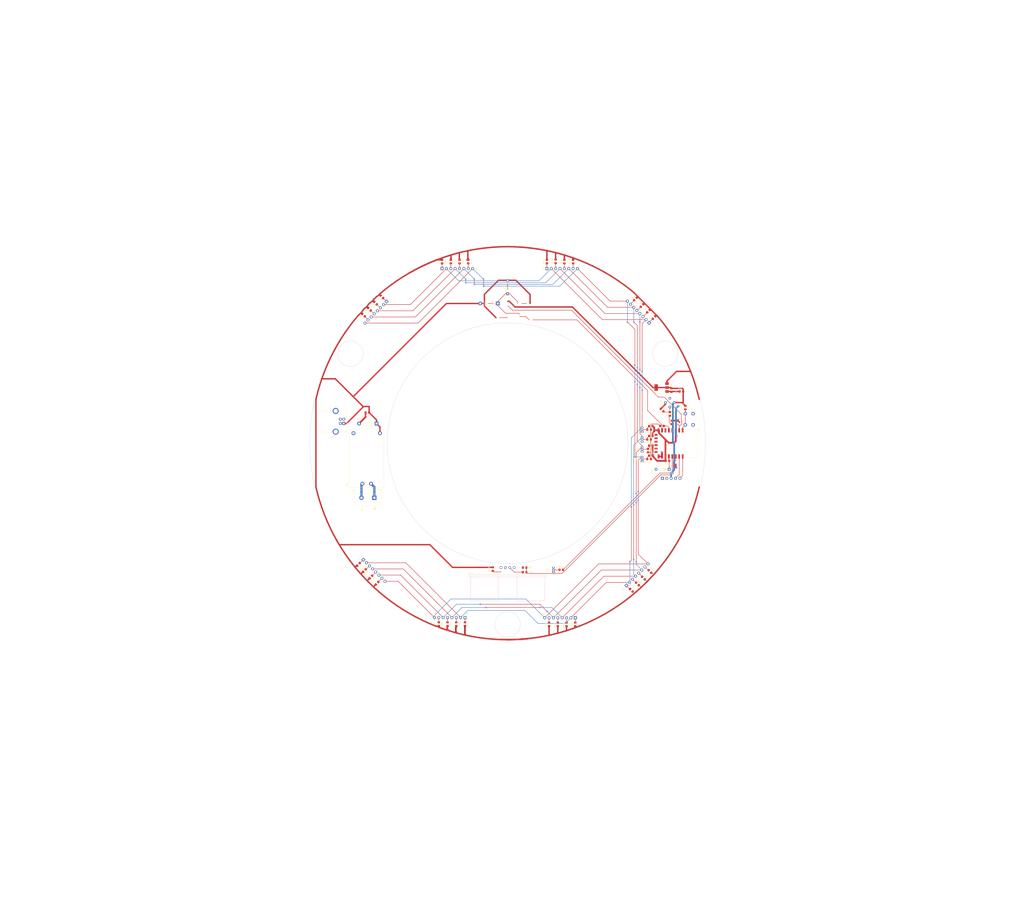
<source format=kicad_pcb>
(kicad_pcb (version 20171130) (host pcbnew "(5.0.2)-1")
  (layers (0 F.Cu signal) (31 B.Cu signal) (34 B.Paste user) (35 F.Paste user) (36 B.SilkS user) (37 F.SilkS user) (38 B.Mask user) (39 F.Mask user) (44 Edge.Cuts user))
  (net 0 "")
  (net 1 "Net-(U1-Pad6)")
  (net 2 "Net-(U1-Pad9)")
  (net 3 "Net-(U1-Pad10)")
  (net 4 "Net-(U1-Pad11)")
  (net 5 "Net-(U1-Pad12)")
  (net 6 "Net-(U1-Pad13)")
  (net 7 "Net-(U1-Pad14)")
  (net 8 "Net-(J1-Pad1)")
  (net 9 "Net-(J1-Pad3)")
  (net 10 "Net-(J1-Pad5)")
  (net 11 "Net-(J1-Pad7)")
  (net 12 "Net-(D1-Pad2)")
  (net 13 "Net-(Q1-Pad2)")
  (net 14 "Net-(D3-Pad2)")
  (net 15 "Net-(J6-Pad3)")
  (net 16 3V3)
  (net 17 0V)
  (net 18 "Net-(Q4-Pad2)")
  (net 19 LED4)
  (net 20 LED3)
  (net 21 "Net-(Q3-Pad2)")
  (net 22 "Net-(Q2-Pad2)")
  (net 23 LED2)
  (net 24 LED1)
  (net 25 RST)
  (net 26 ADC_IR)
  (net 27 GPIO0)
  (net 28 RXD)
  (net 29 TXD)
  (net 30 "Net-(Q6-Pad2)")
  (net 31 IRD)
  (net 32 5V)
  (net 33 "Net-(D4-Pad2)")
  (net 34 "Net-(D5-Pad2)")
  (net 35 "Net-(C2-Pad1)")
  (net 36 IO_LED1)
  (net 37 IO_PIR)
  (net 38 IO_IR)
  (net 39 IO_TRIG)
  (net 40 IO_ECHO)
  (net 41 "Net-(J8-Pad1)")
  (net 42 "Net-(J2-Pad2)")
  (net 43 "Net-(J8-Pad3)")
  (net 44 "Net-(J4-Pad1)")
  (net 45 "Net-(J5-Pad7)")
  (net 46 "Net-(J4-Pad5)")
  (net 47 "Net-(J5-Pad5)")
  (net 48 "Net-(J4-Pad7)")
  (net 49 "Net-(J4-Pad3)")
  (net 50 "Net-(J5-Pad3)")
  (net 51 "Net-(J11-Pad7)")
  (net 52 "Net-(J11-Pad3)")
  (net 53 "Net-(J10-Pad7)")
  (net 54 "Net-(J10-Pad3)")
  (net 55 "Net-(J11-Pad5)")
  (net 56 "Net-(J11-Pad1)")
  (net 57 "Net-(J10-Pad5)")
  (net 58 "Net-(J10-Pad1)")
  (net 59 "Net-(J9-Pad7)")
  (net 60 "Net-(J9-Pad3)")
  (net 61 "Net-(J8-Pad7)")
  (net 62 "Net-(J5-Pad1)")
  (net 63 "Net-(J6-Pad7)")
  (net 64 "Net-(J9-Pad5)")
  (net 65 "Net-(J9-Pad1)")
  (net 66 "Net-(J8-Pad5)")
  (net 67 "Net-(J6-Pad5)")
  (net 68 "Net-(J6-Pad1)")
  (net 69 "Net-(J3-Pad2)")
  (net 70 "Net-(J3-Pad3)")
  (net 71 IO_LED)
  (net 72 "Net-(Q7-Pad2)")
  (net 73 IC_TRIG)
  (net 74 IC_ECHO)
  (net 75 "Net-(J7-Pad2)")
  (net 76 "Net-(J7-Pad1)")
  (net 77 "Net-(D1-Pad1)")
  (module Diode_THT:D_DO-35_SOD27_P7.62mm_Horizontal (layer F.Cu) (at 215.9 56.515 90)
    (fp_text reference D3 (at 3.81 -2.12 90) (layer F.SilkS))
    (fp_text value 1N4148)
    (fp_text user K (at 0 -1.8 90) (layer F.SilkS))
    (pad 1 thru_hole rect (at 0 0 90) (size 1.6 1.6) (drill 0.8) (layers *.Cu *.Mask) (net 16 3V3))
    (pad 2 thru_hole oval (at 7.62 0 90) (size 1.6 1.6) (drill 0.8) (layers *.Cu *.Mask) (net 77 "Net-(D1-Pad1)"))
  )
  (module Diode_THT:D_DO-41_SOD81_P10.16mm_Horizontal (layer F.Cu) (at 210.185 62.23 180)
    (fp_text reference D1 (at 5.08 -2.47 180) (layer F.SilkS))
    (fp_text value 1N4007)
    (fp_text user K (at 0 -2.1 180) (layer F.SilkS))
    (pad 1 thru_hole rect (at 0 0 180) (size 2.2 2.2) (drill 1.1) (layers *.Cu *.Mask) (net 77 "Net-(D1-Pad1)"))
    (pad 2 thru_hole oval (at 10.16 0 180) (size 2.2 2.2) (drill 1.1) (layers *.Cu *.Mask) (net 12 "Net-(D1-Pad2)"))
  )
  (module HC-SR04:XCVR_HC-SR04 (layer B.Cu) (at 215.9 215.9 180)
    (fp_text reference U2 (at -21.336 -3.175 180) (layer B.SilkS) (effects (font (size 1.00052 1.00052) (thickness 0.05)) (justify mirror)))
    (fp_text value HC-SR04 (at 19.3577 -3.3707 180) (layer B.SilkS) (effects (font (size 1.00169 1.00169) (thickness 0.05)) (justify mirror)))
    (pad 2 thru_hole circle (at -1.27 0 180) (size 1.53 1.53) (drill 1.02) (layers *.Cu *.Mask) (net 73 IC_TRIG))
    (pad 3 thru_hole circle (at 1.27 0 180) (size 1.53 1.53) (drill 1.02) (layers *.Cu *.Mask) (net 74 IC_ECHO))
    (pad 4 thru_hole circle (at 3.81 0 180) (size 1.53 1.53) (drill 1.02) (layers *.Cu *.Mask) (net 17 0V))
    (pad 1 thru_hole circle (at -3.81 0 180) (size 1.53 1.53) (drill 1.02) (layers *.Cu *.Mask) (net 32 5V))
  )
  (module Resistor_SMD:R_0805_2012Metric_Pad1.15x1.40mm_HandSolder (layer F.Cu) (at 305.698 133.477 180)
    (fp_text reference R54 (at 0.517 1.524 180) (layer F.SilkS))
    (fp_text value 0)
    (pad 1 smd roundrect (at -1.025 0 180) (size 1.15 1.4) (layers F.Cu F.Paste F.Mask) (roundrect_rratio 0.217391) (net 71 IO_LED))
    (pad 2 smd roundrect (at 1.025 0 180) (size 1.15 1.4) (layers F.Cu F.Paste F.Mask) (roundrect_rratio 0.217391) (net 36 IO_LED1))
  )
  (module Package_TO_SOT_THT:TO-92_Inline (layer F.Cu) (at 242.57 218.44 90)
    (fp_text reference Q7 (at 1.27 -3.56 90) (layer F.SilkS))
    (fp_text value 2N3904)
    (pad 2 thru_hole oval (at 1.27 0 90) (size 1.05 1.5) (drill 0.75) (layers *.Cu *.Mask) (net 72 "Net-(Q7-Pad2)"))
    (pad 3 thru_hole oval (at 2.54 0 90) (size 1.05 1.5) (drill 0.75) (layers *.Cu *.Mask) (net 73 IC_TRIG))
    (pad 1 thru_hole rect (at 0 0 90) (size 1.05 1.5) (drill 0.75) (layers *.Cu *.Mask) (net 17 0V))
  )
  (module Resistor_SMD:R_0805_2012Metric_Pad1.15x1.40mm_HandSolder (layer F.Cu) (at 225.797 215.9 180)
    (fp_text reference R51 (at -3.311 0 180) (layer F.SilkS))
    (fp_text value 10k)
    (pad 2 smd roundrect (at 1.025 0 180) (size 1.15 1.4) (layers F.Cu F.Paste F.Mask) (roundrect_rratio 0.217391) (net 17 0V))
    (pad 1 smd roundrect (at -1.025 0 180) (size 1.15 1.4) (layers F.Cu F.Paste F.Mask) (roundrect_rratio 0.217391) (net 40 IO_ECHO))
  )
  (module Resistor_SMD:R_0805_2012Metric_Pad1.15x1.40mm_HandSolder (layer F.Cu) (at 225.797 218.567)
    (fp_text reference R50 (at 3.438 0) (layer F.SilkS))
    (fp_text value 5k1)
    (pad 1 smd roundrect (at -1.025 0) (size 1.15 1.4) (layers F.Cu F.Paste F.Mask) (roundrect_rratio 0.217391) (net 74 IC_ECHO))
    (pad 2 smd roundrect (at 1.025 0) (size 1.15 1.4) (layers F.Cu F.Paste F.Mask) (roundrect_rratio 0.217391) (net 40 IO_ECHO))
  )
  (module Resistor_SMD:R_0805_2012Metric_Pad1.15x1.40mm_HandSolder (layer F.Cu) (at 207.264 216.797997 270)
    (fp_text reference R53 (at 0.245003 2.159 270) (layer F.SilkS))
    (fp_text value 100)
    (pad 2 smd roundrect (at 1.025 0 270) (size 1.15 1.4) (layers F.Cu F.Paste F.Mask) (roundrect_rratio 0.217391) (net 73 IC_TRIG))
    (pad 1 smd roundrect (at -1.025 0 270) (size 1.15 1.4) (layers F.Cu F.Paste F.Mask) (roundrect_rratio 0.217391) (net 32 5V))
  )
  (module Resistor_SMD:R_0805_2012Metric_Pad1.15x1.40mm_HandSolder (layer F.Cu) (at 247.151 217.17)
    (fp_text reference R52 (at 0 -1.65) (layer F.SilkS))
    (fp_text value 560)
    (pad 1 smd roundrect (at -1.025 0) (size 1.15 1.4) (layers F.Cu F.Paste F.Mask) (roundrect_rratio 0.217391) (net 72 "Net-(Q7-Pad2)"))
    (pad 2 smd roundrect (at 1.025 0) (size 1.15 1.4) (layers F.Cu F.Paste F.Mask) (roundrect_rratio 0.217391) (net 39 IO_TRIG))
  )
  (module Connector_PinHeader_2.54mm:PinHeader_1x08_P2.54mm_Vertical (layer F.Cu) (at 132.043898 211.291898 45)
    (fp_text reference J10 (at 0 -2.33 45) (layer F.SilkS))
    (fp_text value Conn_01x08_Female)
    (pad 1 thru_hole rect (at 0 0 45) (size 1.7 1.7) (drill 1) (layers *.Cu *.Mask) (net 58 "Net-(J10-Pad1)"))
    (pad 2 thru_hole oval (at 0 2.54 45) (size 1.7 1.7) (drill 1) (layers *.Cu *.Mask) (net 24 LED1))
    (pad 3 thru_hole oval (at 0 5.079999 45) (size 1.7 1.7) (drill 1) (layers *.Cu *.Mask) (net 54 "Net-(J10-Pad3)"))
    (pad 4 thru_hole oval (at 0 7.62 45) (size 1.7 1.7) (drill 1) (layers *.Cu *.Mask) (net 23 LED2))
    (pad 5 thru_hole oval (at 0 10.16 45) (size 1.7 1.7) (drill 1) (layers *.Cu *.Mask) (net 57 "Net-(J10-Pad5)"))
    (pad 6 thru_hole oval (at 0 12.7 45) (size 1.7 1.7) (drill 1) (layers *.Cu *.Mask) (net 20 LED3))
    (pad 7 thru_hole oval (at 0 15.24 45) (size 1.7 1.7) (drill 1) (layers *.Cu *.Mask) (net 53 "Net-(J10-Pad7)"))
    (pad 8 thru_hole oval (at 0 17.780001 45) (size 1.7 1.7) (drill 1) (layers *.Cu *.Mask) (net 19 LED4))
  )
  (module Connector_PinHeader_2.54mm:PinHeader_1x08_P2.54mm_Vertical (layer F.Cu) (at 238.76 41.91 90)
    (fp_text reference J11 (at 0 -2.33 90) (layer F.SilkS))
    (fp_text value Conn_01x08_Female)
    (pad 8 thru_hole oval (at 0 17.78 90) (size 1.7 1.7) (drill 1) (layers *.Cu *.Mask) (net 19 LED4))
    (pad 7 thru_hole oval (at 0 15.24 90) (size 1.7 1.7) (drill 1) (layers *.Cu *.Mask) (net 51 "Net-(J11-Pad7)"))
    (pad 6 thru_hole oval (at 0 12.7 90) (size 1.7 1.7) (drill 1) (layers *.Cu *.Mask) (net 20 LED3))
    (pad 5 thru_hole oval (at 0 10.16 90) (size 1.7 1.7) (drill 1) (layers *.Cu *.Mask) (net 55 "Net-(J11-Pad5)"))
    (pad 4 thru_hole oval (at 0 7.62 90) (size 1.7 1.7) (drill 1) (layers *.Cu *.Mask) (net 23 LED2))
    (pad 3 thru_hole oval (at 0 5.08 90) (size 1.7 1.7) (drill 1) (layers *.Cu *.Mask) (net 52 "Net-(J11-Pad3)"))
    (pad 2 thru_hole oval (at 0 2.54 90) (size 1.7 1.7) (drill 1) (layers *.Cu *.Mask) (net 24 LED1))
    (pad 1 thru_hole rect (at 0 0 90) (size 1.7 1.7) (drill 1) (layers *.Cu *.Mask) (net 56 "Net-(J11-Pad1)"))
  )
  (module Connector_PinHeader_2.54mm:PinHeader_1x08_P2.54mm_Vertical (layer F.Cu) (at 177.8 41.91 90)
    (fp_text reference J9 (at -0.762 20.32 90) (layer F.SilkS))
    (fp_text value Conn_01x08_Female)
    (pad 1 thru_hole rect (at 0 0 90) (size 1.7 1.7) (drill 1) (layers *.Cu *.Mask) (net 65 "Net-(J9-Pad1)"))
    (pad 2 thru_hole oval (at 0 2.54 90) (size 1.7 1.7) (drill 1) (layers *.Cu *.Mask) (net 24 LED1))
    (pad 3 thru_hole oval (at 0 5.08 90) (size 1.7 1.7) (drill 1) (layers *.Cu *.Mask) (net 60 "Net-(J9-Pad3)"))
    (pad 4 thru_hole oval (at 0 7.62 90) (size 1.7 1.7) (drill 1) (layers *.Cu *.Mask) (net 23 LED2))
    (pad 5 thru_hole oval (at 0 10.16 90) (size 1.7 1.7) (drill 1) (layers *.Cu *.Mask) (net 64 "Net-(J9-Pad5)"))
    (pad 6 thru_hole oval (at 0 12.7 90) (size 1.7 1.7) (drill 1) (layers *.Cu *.Mask) (net 20 LED3))
    (pad 7 thru_hole oval (at 0 15.24 90) (size 1.7 1.7) (drill 1) (layers *.Cu *.Mask) (net 59 "Net-(J9-Pad7)"))
    (pad 8 thru_hole oval (at 0 17.78 90) (size 1.7 1.7) (drill 1) (layers *.Cu *.Mask) (net 19 LED4))
  )
  (module Connector_PinHeader_2.54mm:PinHeader_1x08_P2.54mm_Vertical (layer F.Cu) (at 191.135 244.983 270)
    (fp_text reference J8 (at -2.413 -1.016) (layer F.SilkS))
    (fp_text value Conn_01x08_Female)
    (pad 8 thru_hole oval (at 0 17.78 270) (size 1.7 1.7) (drill 1) (layers *.Cu *.Mask) (net 19 LED4))
    (pad 7 thru_hole oval (at 0 15.24 270) (size 1.7 1.7) (drill 1) (layers *.Cu *.Mask) (net 61 "Net-(J8-Pad7)"))
    (pad 6 thru_hole oval (at 0 12.7 270) (size 1.7 1.7) (drill 1) (layers *.Cu *.Mask) (net 20 LED3))
    (pad 5 thru_hole oval (at 0 10.16 270) (size 1.7 1.7) (drill 1) (layers *.Cu *.Mask) (net 66 "Net-(J8-Pad5)"))
    (pad 4 thru_hole oval (at 0 7.62 270) (size 1.7 1.7) (drill 1) (layers *.Cu *.Mask) (net 23 LED2))
    (pad 3 thru_hole oval (at 0 5.08 270) (size 1.7 1.7) (drill 1) (layers *.Cu *.Mask) (net 43 "Net-(J8-Pad3)"))
    (pad 2 thru_hole oval (at 0 2.54 270) (size 1.7 1.7) (drill 1) (layers *.Cu *.Mask) (net 24 LED1))
    (pad 1 thru_hole rect (at 0 0 270) (size 1.7 1.7) (drill 1) (layers *.Cu *.Mask) (net 41 "Net-(J8-Pad1)"))
  )
  (module Connector_PinHeader_2.54mm:PinHeader_1x08_P2.54mm_Vertical (layer F.Cu) (at 255.27 245.11 270)
    (fp_text reference J6 (at -2.413 18.669) (layer F.SilkS))
    (fp_text value Conn_01x08_Female)
    (pad 1 thru_hole rect (at 0 0 270) (size 1.7 1.7) (drill 1) (layers *.Cu *.Mask) (net 68 "Net-(J6-Pad1)"))
    (pad 2 thru_hole oval (at 0 2.54 270) (size 1.7 1.7) (drill 1) (layers *.Cu *.Mask) (net 24 LED1))
    (pad 3 thru_hole oval (at 0 5.08 270) (size 1.7 1.7) (drill 1) (layers *.Cu *.Mask) (net 15 "Net-(J6-Pad3)"))
    (pad 4 thru_hole oval (at 0 7.62 270) (size 1.7 1.7) (drill 1) (layers *.Cu *.Mask) (net 23 LED2))
    (pad 5 thru_hole oval (at 0 10.16 270) (size 1.7 1.7) (drill 1) (layers *.Cu *.Mask) (net 67 "Net-(J6-Pad5)"))
    (pad 6 thru_hole oval (at 0 12.7 270) (size 1.7 1.7) (drill 1) (layers *.Cu *.Mask) (net 20 LED3))
    (pad 7 thru_hole oval (at 0 15.24 270) (size 1.7 1.7) (drill 1) (layers *.Cu *.Mask) (net 63 "Net-(J6-Pad7)"))
    (pad 8 thru_hole oval (at 0 17.78 270) (size 1.7 1.7) (drill 1) (layers *.Cu *.Mask) (net 19 LED4))
  )
  (module Connector_USB:USB_B_OST_USB-B1HSxx_Horizontal (layer F.Cu) (at 120.65 132.04 180)
    (fp_text reference J3 (at 6.76 -7.77 180) (layer F.SilkS))
    (fp_text value USB_B)
    (pad 1 thru_hole rect (at 0 0 180) (size 1.7 1.7) (drill 0.92) (layers *.Cu *.Mask) (net 32 5V))
    (pad 2 thru_hole circle (at 0 2.5 180) (size 1.7 1.7) (drill 0.92) (layers *.Cu *.Mask) (net 69 "Net-(J3-Pad2)"))
    (pad 3 thru_hole circle (at 2 2.5 180) (size 1.7 1.7) (drill 0.92) (layers *.Cu *.Mask) (net 70 "Net-(J3-Pad3)"))
    (pad 4 thru_hole circle (at 2 0 180) (size 1.7 1.7) (drill 0.92) (layers *.Cu *.Mask) (net 17 0V))
    (pad 5 thru_hole circle (at 4.71 -4.77 180) (size 3.5 3.5) (drill 2.33) (layers *.Cu *.Mask) (net 17 0V))
    (pad 5 thru_hole circle (at 4.71 7.27 180) (size 3.5 3.5) (drill 2.33) (layers *.Cu *.Mask) (net 17 0V))
  )
  (module Resistor_SMD:R_0805_2012Metric_Pad1.15x1.40mm_HandSolder (layer F.Cu) (at 255.27 248.92 270)
    (fp_text reference R30 (at 0.508 1.651 270) (layer F.SilkS))
    (fp_text value 100)
    (pad 2 smd roundrect (at 1.025 0 270) (size 1.15 1.4) (layers F.Cu F.Paste F.Mask) (roundrect_rratio 0.217391) (net 32 5V))
    (pad 1 smd roundrect (at -1.025 0 270) (size 1.15 1.4) (layers F.Cu F.Paste F.Mask) (roundrect_rratio 0.217391) (net 68 "Net-(J6-Pad1)"))
  )
  (module Resistor_SMD:R_0805_2012Metric_Pad1.15x1.40mm_HandSolder (layer F.Cu) (at 245.11 248.929 270)
    (fp_text reference R31 (at 0.499 1.651 270) (layer F.SilkS))
    (fp_text value 100)
    (pad 1 smd roundrect (at -1.025 0 270) (size 1.15 1.4) (layers F.Cu F.Paste F.Mask) (roundrect_rratio 0.217391) (net 67 "Net-(J6-Pad5)"))
    (pad 2 smd roundrect (at 1.025 0 270) (size 1.15 1.4) (layers F.Cu F.Paste F.Mask) (roundrect_rratio 0.217391) (net 32 5V))
  )
  (module Resistor_SMD:R_0805_2012Metric_Pad1.15x1.40mm_HandSolder (layer F.Cu) (at 191.135 248.802 270)
    (fp_text reference R32 (at 0.499 -1.778 270) (layer F.SilkS))
    (fp_text value 100)
    (pad 2 smd roundrect (at 1.025 0 270) (size 1.15 1.4) (layers F.Cu F.Paste F.Mask) (roundrect_rratio 0.217391) (net 32 5V))
    (pad 1 smd roundrect (at -1.025 0 270) (size 1.15 1.4) (layers F.Cu F.Paste F.Mask) (roundrect_rratio 0.217391) (net 41 "Net-(J8-Pad1)"))
  )
  (module Resistor_SMD:R_0805_2012Metric_Pad1.15x1.40mm_HandSolder (layer F.Cu) (at 180.975 248.802 270)
    (fp_text reference R33 (at 0.499 -1.778 270) (layer F.SilkS))
    (fp_text value 100)
    (pad 1 smd roundrect (at -1.025 0 270) (size 1.15 1.4) (layers F.Cu F.Paste F.Mask) (roundrect_rratio 0.217391) (net 66 "Net-(J8-Pad5)"))
    (pad 2 smd roundrect (at 1.025 0 270) (size 1.15 1.4) (layers F.Cu F.Paste F.Mask) (roundrect_rratio 0.217391) (net 32 5V))
  )
  (module Resistor_SMD:R_0805_2012Metric_Pad1.15x1.40mm_HandSolder (layer F.Cu) (at 177.8 37.854998 90)
    (fp_text reference R34 (at 0.008998 1.778 90) (layer F.SilkS))
    (fp_text value 100)
    (pad 2 smd roundrect (at 1.025 0 90) (size 1.15 1.4) (layers F.Cu F.Paste F.Mask) (roundrect_rratio 0.217391) (net 32 5V))
    (pad 1 smd roundrect (at -1.025 0 90) (size 1.15 1.4) (layers F.Cu F.Paste F.Mask) (roundrect_rratio 0.217391) (net 65 "Net-(J9-Pad1)"))
  )
  (module Resistor_SMD:R_0805_2012Metric_Pad1.15x1.40mm_HandSolder (layer F.Cu) (at 187.96 37.855 90)
    (fp_text reference R35 (at 0 1.778 90) (layer F.SilkS))
    (fp_text value 100)
    (pad 1 smd roundrect (at -1.025 0 90) (size 1.15 1.4) (layers F.Cu F.Paste F.Mask) (roundrect_rratio 0.217391) (net 64 "Net-(J9-Pad5)"))
    (pad 2 smd roundrect (at 1.025 0 90) (size 1.15 1.4) (layers F.Cu F.Paste F.Mask) (roundrect_rratio 0.217391) (net 32 5V))
  )
  (module Resistor_SMD:R_0805_2012Metric_Pad1.15x1.40mm_HandSolder (layer F.Cu) (at 250.19 248.929 270)
    (fp_text reference R36 (at 0.499 1.651 270) (layer F.SilkS))
    (fp_text value 100)
    (pad 2 smd roundrect (at 1.025 0 270) (size 1.15 1.4) (layers F.Cu F.Paste F.Mask) (roundrect_rratio 0.217391) (net 32 5V))
    (pad 1 smd roundrect (at -1.025 0 270) (size 1.15 1.4) (layers F.Cu F.Paste F.Mask) (roundrect_rratio 0.217391) (net 15 "Net-(J6-Pad3)"))
  )
  (module Resistor_SMD:R_0805_2012Metric_Pad1.15x1.40mm_HandSolder (layer F.Cu) (at 240.03 248.929 270)
    (fp_text reference R37 (at 0.499 1.651 270) (layer F.SilkS))
    (fp_text value 100)
    (pad 1 smd roundrect (at -1.025 0 270) (size 1.15 1.4) (layers F.Cu F.Paste F.Mask) (roundrect_rratio 0.217391) (net 63 "Net-(J6-Pad7)"))
    (pad 2 smd roundrect (at 1.025 0 270) (size 1.15 1.4) (layers F.Cu F.Paste F.Mask) (roundrect_rratio 0.217391) (net 32 5V))
  )
  (module Resistor_SMD:R_0805_2012Metric_Pad1.15x1.40mm_HandSolder (layer F.Cu) (at 287.871784 229.070784 315)
    (fp_text reference R24 (at 0 -1.65 315) (layer F.SilkS))
    (fp_text value 100)
    (pad 2 smd roundrect (at 1.024999 0 315) (size 1.15 1.4) (layers F.Cu F.Paste F.Mask) (roundrect_rratio 0.217391) (net 32 5V))
    (pad 1 smd roundrect (at -1.024999 0 315) (size 1.15 1.4) (layers F.Cu F.Paste F.Mask) (roundrect_rratio 0.217391) (net 62 "Net-(J5-Pad1)"))
  )
  (module Resistor_SMD:R_0805_2012Metric_Pad1.15x1.40mm_HandSolder (layer F.Cu) (at 175.895 248.802 270)
    (fp_text reference R39 (at 0.499 -1.905 270) (layer F.SilkS))
    (fp_text value 100)
    (pad 1 smd roundrect (at -1.025 0 270) (size 1.15 1.4) (layers F.Cu F.Paste F.Mask) (roundrect_rratio 0.217391) (net 61 "Net-(J8-Pad7)"))
    (pad 2 smd roundrect (at 1.025 0 270) (size 1.15 1.4) (layers F.Cu F.Paste F.Mask) (roundrect_rratio 0.217391) (net 32 5V))
  )
  (module Resistor_SMD:R_0805_2012Metric_Pad1.15x1.40mm_HandSolder (layer F.Cu) (at 182.88 37.854999 90)
    (fp_text reference R40 (at 0.008999 1.651 90) (layer F.SilkS))
    (fp_text value 100)
    (pad 2 smd roundrect (at 1.025 0 90) (size 1.15 1.4) (layers F.Cu F.Paste F.Mask) (roundrect_rratio 0.217391) (net 32 5V))
    (pad 1 smd roundrect (at -1.025 0 90) (size 1.15 1.4) (layers F.Cu F.Paste F.Mask) (roundrect_rratio 0.217391) (net 60 "Net-(J9-Pad3)"))
  )
  (module Resistor_SMD:R_0805_2012Metric_Pad1.15x1.40mm_HandSolder (layer F.Cu) (at 193.04 37.854999 90)
    (fp_text reference R41 (at 0.008999 1.905 90) (layer F.SilkS))
    (fp_text value 100)
    (pad 1 smd roundrect (at -1.025 0 90) (size 1.15 1.4) (layers F.Cu F.Paste F.Mask) (roundrect_rratio 0.217391) (net 59 "Net-(J9-Pad7)"))
    (pad 2 smd roundrect (at 1.025 0 90) (size 1.15 1.4) (layers F.Cu F.Paste F.Mask) (roundrect_rratio 0.217391) (net 32 5V))
  )
  (module Resistor_SMD:R_0805_2012Metric_Pad1.15x1.40mm_HandSolder (layer F.Cu) (at 129.159 213.995 225)
    (fp_text reference R42 (at 0 -1.65 225) (layer F.SilkS))
    (fp_text value 100)
    (pad 2 smd roundrect (at 1.024999 0 225) (size 1.15 1.4) (layers F.Cu F.Paste F.Mask) (roundrect_rratio 0.217391) (net 32 5V))
    (pad 1 smd roundrect (at -1.024999 0 225) (size 1.15 1.4) (layers F.Cu F.Paste F.Mask) (roundrect_rratio 0.217391) (net 58 "Net-(J10-Pad1)"))
  )
  (module Resistor_SMD:R_0805_2012Metric_Pad1.15x1.40mm_HandSolder (layer F.Cu) (at 136.435216 221.361 225)
    (fp_text reference R43 (at 0 -1.65 225) (layer F.SilkS))
    (fp_text value 100)
    (pad 1 smd roundrect (at -1.024999 0 225) (size 1.15 1.4) (layers F.Cu F.Paste F.Mask) (roundrect_rratio 0.217391) (net 57 "Net-(J10-Pad5)"))
    (pad 2 smd roundrect (at 1.024999 0 225) (size 1.15 1.4) (layers F.Cu F.Paste F.Mask) (roundrect_rratio 0.217391) (net 32 5V))
  )
  (module Resistor_SMD:R_0805_2012Metric_Pad1.15x1.40mm_HandSolder (layer F.Cu) (at 238.76 37.854994 90)
    (fp_text reference R44 (at 0 -1.65 90) (layer F.SilkS))
    (fp_text value 100)
    (pad 2 smd roundrect (at 1.025 0 90) (size 1.15 1.4) (layers F.Cu F.Paste F.Mask) (roundrect_rratio 0.217391) (net 32 5V))
    (pad 1 smd roundrect (at -1.025 0 90) (size 1.15 1.4) (layers F.Cu F.Paste F.Mask) (roundrect_rratio 0.217391) (net 56 "Net-(J11-Pad1)"))
  )
  (module Resistor_SMD:R_0805_2012Metric_Pad1.15x1.40mm_HandSolder (layer F.Cu) (at 248.92 37.854999 90)
    (fp_text reference R45 (at 0 -1.65 90) (layer F.SilkS))
    (fp_text value 100)
    (pad 1 smd roundrect (at -1.025 0 90) (size 1.15 1.4) (layers F.Cu F.Paste F.Mask) (roundrect_rratio 0.217391) (net 55 "Net-(J11-Pad5)"))
    (pad 2 smd roundrect (at 1.025 0 90) (size 1.15 1.4) (layers F.Cu F.Paste F.Mask) (roundrect_rratio 0.217391) (net 32 5V))
  )
  (module Resistor_SMD:R_0805_2012Metric_Pad1.15x1.40mm_HandSolder (layer F.Cu) (at 132.625216 217.640784 225)
    (fp_text reference R46 (at 0 -1.65 225) (layer F.SilkS))
    (fp_text value 100)
    (pad 2 smd roundrect (at 1.024999 0 225) (size 1.15 1.4) (layers F.Cu F.Paste F.Mask) (roundrect_rratio 0.217391) (net 32 5V))
    (pad 1 smd roundrect (at -1.024999 0 225) (size 1.15 1.4) (layers F.Cu F.Paste F.Mask) (roundrect_rratio 0.217391) (net 54 "Net-(J10-Pad3)"))
  )
  (module Resistor_SMD:R_0805_2012Metric_Pad1.15x1.40mm_HandSolder (layer F.Cu) (at 139.991216 225.006784 225)
    (fp_text reference R47 (at 0 -1.65 225) (layer F.SilkS))
    (fp_text value 100)
    (pad 1 smd roundrect (at -1.024999 0 225) (size 1.15 1.4) (layers F.Cu F.Paste F.Mask) (roundrect_rratio 0.217391) (net 53 "Net-(J10-Pad7)"))
    (pad 2 smd roundrect (at 1.024999 0 225) (size 1.15 1.4) (layers F.Cu F.Paste F.Mask) (roundrect_rratio 0.217391) (net 32 5V))
  )
  (module Resistor_SMD:R_0805_2012Metric_Pad1.15x1.40mm_HandSolder (layer F.Cu) (at 243.84 37.710007 90)
    (fp_text reference R48 (at 0 -1.65 90) (layer F.SilkS))
    (fp_text value 100)
    (pad 2 smd roundrect (at 1.025 0 90) (size 1.15 1.4) (layers F.Cu F.Paste F.Mask) (roundrect_rratio 0.217391) (net 32 5V))
    (pad 1 smd roundrect (at -1.025 0 90) (size 1.15 1.4) (layers F.Cu F.Paste F.Mask) (roundrect_rratio 0.217391) (net 52 "Net-(J11-Pad3)"))
  )
  (module Resistor_SMD:R_0805_2012Metric_Pad1.15x1.40mm_HandSolder (layer F.Cu) (at 254 37.854999 90)
    (fp_text reference R49 (at 0 -1.65 90) (layer F.SilkS))
    (fp_text value 100)
    (pad 1 smd roundrect (at -1.025 0 90) (size 1.15 1.4) (layers F.Cu F.Paste F.Mask) (roundrect_rratio 0.217391) (net 51 "Net-(J11-Pad7)"))
    (pad 2 smd roundrect (at 1.025 0 90) (size 1.15 1.4) (layers F.Cu F.Paste F.Mask) (roundrect_rratio 0.217391) (net 32 5V))
  )
  (module Resistor_SMD:R_0805_2012Metric_Pad1.15x1.40mm_HandSolder (layer F.Cu) (at 291.427784 225.387784 315)
    (fp_text reference R28 (at 0 -1.65 315) (layer F.SilkS))
    (fp_text value 100)
    (pad 2 smd roundrect (at 1.024999 0 315) (size 1.15 1.4) (layers F.Cu F.Paste F.Mask) (roundrect_rratio 0.217391) (net 32 5V))
    (pad 1 smd roundrect (at -1.024999 0 315) (size 1.15 1.4) (layers F.Cu F.Paste F.Mask) (roundrect_rratio 0.217391) (net 50 "Net-(J5-Pad3)"))
  )
  (module Resistor_SMD:R_0805_2012Metric_Pad1.15x1.40mm_HandSolder (layer F.Cu) (at 139.102216 62.013216 135)
    (fp_text reference R26 (at 0 -1.65 135) (layer F.SilkS))
    (fp_text value 100)
    (pad 1 smd roundrect (at -1.024999 0 135) (size 1.15 1.4) (layers F.Cu F.Paste F.Mask) (roundrect_rratio 0.217391) (net 49 "Net-(J4-Pad3)"))
    (pad 2 smd roundrect (at 1.024999 0 135) (size 1.15 1.4) (layers F.Cu F.Paste F.Mask) (roundrect_rratio 0.217391) (net 32 5V))
  )
  (module Resistor_SMD:R_0805_2012Metric_Pad1.15x1.40mm_HandSolder (layer F.Cu) (at 132.117216 68.998216 135)
    (fp_text reference R27 (at 0 -1.65 135) (layer F.SilkS))
    (fp_text value 100)
    (pad 2 smd roundrect (at 1.024999 0 135) (size 1.15 1.4) (layers F.Cu F.Paste F.Mask) (roundrect_rratio 0.217391) (net 32 5V))
    (pad 1 smd roundrect (at -1.024999 0 135) (size 1.15 1.4) (layers F.Cu F.Paste F.Mask) (roundrect_rratio 0.217391) (net 48 "Net-(J4-Pad7)"))
  )
  (module Resistor_SMD:R_0805_2012Metric_Pad1.15x1.40mm_HandSolder (layer F.Cu) (at 294.894 221.996 315)
    (fp_text reference R25 (at 0 -1.65 315) (layer F.SilkS))
    (fp_text value 100)
    (pad 1 smd roundrect (at -1.024999 0 315) (size 1.15 1.4) (layers F.Cu F.Paste F.Mask) (roundrect_rratio 0.217391) (net 47 "Net-(J5-Pad5)"))
    (pad 2 smd roundrect (at 1.024999 0 315) (size 1.15 1.4) (layers F.Cu F.Paste F.Mask) (roundrect_rratio 0.217391) (net 32 5V))
  )
  (module Resistor_SMD:R_0805_2012Metric_Pad1.15x1.40mm_HandSolder (layer F.Cu) (at 135.546216 65.569216 135)
    (fp_text reference R23 (at 0 -1.65 135) (layer F.SilkS))
    (fp_text value 100)
    (pad 2 smd roundrect (at 1.024999 0 135) (size 1.15 1.4) (layers F.Cu F.Paste F.Mask) (roundrect_rratio 0.217391) (net 32 5V))
    (pad 1 smd roundrect (at -1.024999 0 135) (size 1.15 1.4) (layers F.Cu F.Paste F.Mask) (roundrect_rratio 0.217391) (net 46 "Net-(J4-Pad5)"))
  )
  (module Resistor_SMD:R_0805_2012Metric_Pad1.15x1.40mm_HandSolder (layer F.Cu) (at 298.666784 218.148784 315)
    (fp_text reference R29 (at 0 -1.65 315) (layer F.SilkS))
    (fp_text value 100)
    (pad 1 smd roundrect (at -1.024999 0 315) (size 1.15 1.4) (layers F.Cu F.Paste F.Mask) (roundrect_rratio 0.217391) (net 45 "Net-(J5-Pad7)"))
    (pad 2 smd roundrect (at 1.024999 0 315) (size 1.15 1.4) (layers F.Cu F.Paste F.Mask) (roundrect_rratio 0.217391) (net 32 5V))
  )
  (module Resistor_SMD:R_0805_2012Metric_Pad1.15x1.40mm_HandSolder (layer F.Cu) (at 142.785216 58.330216 135)
    (fp_text reference R22 (at 0 -1.65 135) (layer F.SilkS))
    (fp_text value 100)
    (pad 2 smd roundrect (at 1.024999 0 135) (size 1.15 1.4) (layers F.Cu F.Paste F.Mask) (roundrect_rratio 0.217391) (net 32 5V))
    (pad 1 smd roundrect (at -1.024999 0 135) (size 1.15 1.4) (layers F.Cu F.Paste F.Mask) (roundrect_rratio 0.217391) (net 44 "Net-(J4-Pad1)"))
  )
  (module Resistor_SMD:R_0805_2012Metric_Pad1.15x1.40mm_HandSolder (layer F.Cu) (at 186.055 248.802 270)
    (fp_text reference R38 (at 0.499 -1.778 270) (layer F.SilkS))
    (fp_text value 100)
    (pad 1 smd roundrect (at -1.025 0 270) (size 1.15 1.4) (layers F.Cu F.Paste F.Mask) (roundrect_rratio 0.217391) (net 43 "Net-(J8-Pad3)"))
    (pad 2 smd roundrect (at 1.025 0 270) (size 1.15 1.4) (layers F.Cu F.Paste F.Mask) (roundrect_rratio 0.217391) (net 32 5V))
  )
  (module Button_Switch_THT:SW_PUSH_6mm_H4.3mm (layer F.Cu) (at 319.278 132.842 90)
    (fp_text reference SW1 (at 8.763 4.572 180) (layer F.SilkS))
    (fp_text value SW_Push)
    (pad 2 thru_hole circle (at 0 4.5 180) (size 2 2) (drill 1.1) (layers *.Cu *.Mask) (net 17 0V))
    (pad 1 thru_hole circle (at 0 0 180) (size 2 2) (drill 1.1) (layers *.Cu *.Mask) (net 25 RST))
    (pad 2 thru_hole circle (at 6.5 4.5 180) (size 2 2) (drill 1.1) (layers *.Cu *.Mask) (net 17 0V))
    (pad 1 thru_hole circle (at 6.5 0 180) (size 2 2) (drill 1.1) (layers *.Cu *.Mask) (net 25 RST))
  )
  (module Connector_PinHeader_2.54mm:PinHeader_1x05_P2.54mm_Vertical (layer F.Cu) (at 305.943 163.957 90)
    (fp_text reference J2 (at 2.54 11.43 180) (layer F.SilkS))
    (fp_text value Conn_01x05_Male)
    (pad 1 thru_hole rect (at 0 0 90) (size 1.7 1.7) (drill 1) (layers *.Cu *.Mask) (net 17 0V))
    (pad 2 thru_hole oval (at 0 2.54 90) (size 1.7 1.7) (drill 1) (layers *.Cu *.Mask) (net 42 "Net-(J2-Pad2)"))
    (pad 3 thru_hole oval (at 0 5.08 90) (size 1.7 1.7) (drill 1) (layers *.Cu *.Mask) (net 12 "Net-(D1-Pad2)"))
    (pad 4 thru_hole oval (at 0 7.62 90) (size 1.7 1.7) (drill 1) (layers *.Cu *.Mask) (net 28 RXD))
    (pad 5 thru_hole oval (at 0 10.16 90) (size 1.7 1.7) (drill 1) (layers *.Cu *.Mask) (net 29 TXD))
  )
  (module TerminalBlock_MetzConnect:TerminalBlock_MetzConnect_Type171_RT13702HBWC_1x02_P7.50mm_Horizontal (layer F.Cu) (at 138.43 175.26 180)
    (fp_text reference J7 (at 12.7 3.81 180) (layer F.SilkS))
    (fp_text value Screw_Terminal_01x02)
    (pad 2 thru_hole circle (at 7.5 0 180) (size 2.5 2.5) (drill 1.3) (layers *.Cu *.Mask) (net 75 "Net-(J7-Pad2)"))
    (pad 1 thru_hole rect (at 0 0 180) (size 2.5 2.5) (drill 1.3) (layers *.Cu *.Mask) (net 76 "Net-(J7-Pad1)"))
  )
  (module Button_Switch_THT:SW_DIP_SPSTx01_Slide_9.78x4.72mm_W7.62mm_P2.54mm (layer F.Cu) (at 309.88 158.75 180)
    (fp_text reference SW2 (at 10.16 -1.27 270) (layer F.SilkS))
    (fp_text value SW_DIP_x01)
    (pad 1 thru_hole rect (at 0 0 180) (size 1.6 1.6) (drill 0.8) (layers *.Cu *.Mask) (net 27 GPIO0))
    (pad 2 thru_hole oval (at 7.62 0 180) (size 1.6 1.6) (drill 0.8) (layers *.Cu *.Mask) (net 17 0V))
  )
  (module Capacitor_SMD:C_0805_2012Metric_Pad1.15x1.40mm_HandSolder (layer F.Cu) (at 305.726216 124.243216 135)
    (fp_text reference C2 (at 0 -1.65 135) (layer F.SilkS))
    (fp_text value 100n)
    (pad 2 smd roundrect (at 1.024999 0 135) (size 1.15 1.4) (layers F.Cu F.Paste F.Mask) (roundrect_rratio 0.217391) (net 17 0V))
    (pad 1 smd roundrect (at -1.024999 0 135) (size 1.15 1.4) (layers F.Cu F.Paste F.Mask) (roundrect_rratio 0.217391) (net 35 "Net-(C2-Pad1)"))
  )
  (module Capacitor_SMD:C_0805_2012Metric_Pad1.15x1.40mm_HandSolder (layer F.Cu) (at 311.200362 112.669836 270)
    (fp_text reference C5 (at -2.941836 -0.076638 270) (layer F.SilkS))
    (fp_text value 10u)
    (pad 1 smd roundrect (at -1.025 0 270) (size 1.15 1.4) (layers F.Cu F.Paste F.Mask) (roundrect_rratio 0.217391) (net 16 3V3))
    (pad 2 smd roundrect (at 1.025 0 270) (size 1.15 1.4) (layers F.Cu F.Paste F.Mask) (roundrect_rratio 0.217391) (net 17 0V))
  )
  (module Capacitor_SMD:C_0805_2012Metric_Pad1.15x1.40mm_HandSolder (layer F.Cu) (at 316.992 113.411 180)
    (fp_text reference C4 (at 0.889 1.651 180) (layer F.SilkS))
    (fp_text value 10u)
    (pad 2 smd roundrect (at 1.025 0 180) (size 1.15 1.4) (layers F.Cu F.Paste F.Mask) (roundrect_rratio 0.217391) (net 17 0V))
    (pad 1 smd roundrect (at -1.025 0 180) (size 1.15 1.4) (layers F.Cu F.Paste F.Mask) (roundrect_rratio 0.217391) (net 16 3V3))
  )
  (module Capacitor_SMD:C_0805_2012Metric_Pad1.15x1.40mm_HandSolder (layer F.Cu) (at 134.374999 125.73 180)
    (fp_text reference C3 (at 0 -1.65 180) (layer F.SilkS))
    (fp_text value 10u)
    (pad 1 smd roundrect (at -1.025 0 180) (size 1.15 1.4) (layers F.Cu F.Paste F.Mask) (roundrect_rratio 0.217391) (net 32 5V))
    (pad 2 smd roundrect (at 1.025 0 180) (size 1.15 1.4) (layers F.Cu F.Paste F.Mask) (roundrect_rratio 0.217391) (net 17 0V))
  )
  (module Capacitor_SMD:C_0805_2012Metric_Pad1.15x1.40mm_HandSolder (layer F.Cu) (at 311.404 131.436001 90)
    (fp_text reference C1 (at -0.897999 -1.651 90) (layer F.SilkS))
    (fp_text value 100n)
    (pad 2 smd roundrect (at 1.025 0 90) (size 1.15 1.4) (layers F.Cu F.Paste F.Mask) (roundrect_rratio 0.217391) (net 17 0V))
    (pad 1 smd roundrect (at -1.025 0 90) (size 1.15 1.4) (layers F.Cu F.Paste F.Mask) (roundrect_rratio 0.217391) (net 37 IO_PIR))
  )
  (module Diode_THT:D_DO-41_SOD81_P10.16mm_Horizontal (layer F.Cu) (at 139.7 132.08 180)
    (fp_text reference D2 (at 10.16 2.54 180) (layer F.SilkS))
    (fp_text value 1N4007)
    (fp_text user K (at 0 -2.1 180) (layer F.SilkS))
    (pad 1 thru_hole rect (at 0 0 180) (size 2.2 2.2) (drill 1.1) (layers *.Cu *.Mask) (net 32 5V))
    (pad 2 thru_hole oval (at 10.16 0 180) (size 2.2 2.2) (drill 1.1) (layers *.Cu *.Mask) (net 17 0V))
  )
  (module Resistor_SMD:R_0805_2012Metric_Pad1.15x1.40mm_HandSolder (layer F.Cu) (at 299.203 144.907)
    (fp_text reference R9 (at 0.898 -1.524) (layer F.SilkS))
    (fp_text value 160)
    (pad 1 smd roundrect (at -1.025 0) (size 1.15 1.4) (layers F.Cu F.Paste F.Mask) (roundrect_rratio 0.217391) (net 21 "Net-(Q3-Pad2)"))
    (pad 2 smd roundrect (at 1.025 0) (size 1.15 1.4) (layers F.Cu F.Paste F.Mask) (roundrect_rratio 0.217391) (net 16 3V3))
  )
  (module Resistor_SMD:R_0805_2012Metric_Pad1.15x1.40mm_HandSolder (layer F.Cu) (at 310.261 126.483001 90)
    (fp_text reference R15 (at 0 -1.65 90) (layer F.SilkS))
    (fp_text value 100)
    (pad 2 smd roundrect (at 1.025 0 90) (size 1.15 1.4) (layers F.Cu F.Paste F.Mask) (roundrect_rratio 0.217391) (net 35 "Net-(C2-Pad1)"))
    (pad 1 smd roundrect (at -1.025 0 90) (size 1.15 1.4) (layers F.Cu F.Paste F.Mask) (roundrect_rratio 0.217391) (net 37 IO_PIR))
  )
  (module Resistor_SMD:R_0805_2012Metric_Pad1.15x1.40mm_HandSolder (layer F.Cu) (at 298.187 152.781)
    (fp_text reference R12 (at -0.499 1.778) (layer F.SilkS))
    (fp_text value 200)
    (pad 1 smd roundrect (at -1.025 0) (size 1.15 1.4) (layers F.Cu F.Paste F.Mask) (roundrect_rratio 0.217391) (net 18 "Net-(Q4-Pad2)"))
    (pad 2 smd roundrect (at 1.025 0) (size 1.15 1.4) (layers F.Cu F.Paste F.Mask) (roundrect_rratio 0.217391) (net 36 IO_LED1))
  )
  (module Resistor_SMD:R_0805_2012Metric_Pad1.15x1.40mm_HandSolder (layer F.Cu) (at 319.278 122.8 90)
    (fp_text reference R13 (at 2.54 0.381 180) (layer F.SilkS))
    (fp_text value 100)
    (pad 2 smd roundrect (at 1.025 0 90) (size 1.15 1.4) (layers F.Cu F.Paste F.Mask) (roundrect_rratio 0.217391) (net 16 3V3))
    (pad 1 smd roundrect (at -1.025 0 90) (size 1.15 1.4) (layers F.Cu F.Paste F.Mask) (roundrect_rratio 0.217391) (net 25 RST))
  )
  (module Resistor_SMD:R_0805_2012Metric_Pad1.15x1.40mm_HandSolder (layer F.Cu) (at 299.203 150.749)
    (fp_text reference R11 (at 1.279 -2.286 90) (layer F.SilkS))
    (fp_text value 160)
    (pad 1 smd roundrect (at -1.025 0) (size 1.15 1.4) (layers F.Cu F.Paste F.Mask) (roundrect_rratio 0.217391) (net 18 "Net-(Q4-Pad2)"))
    (pad 2 smd roundrect (at 1.025 0) (size 1.15 1.4) (layers F.Cu F.Paste F.Mask) (roundrect_rratio 0.217391) (net 16 3V3))
  )
  (module Resistor_SMD:R_0805_2012Metric_Pad1.15x1.40mm_HandSolder (layer F.Cu) (at 298.187 141.351)
    (fp_text reference R8 (at -1.007 1.651) (layer F.SilkS))
    (fp_text value 200)
    (pad 2 smd roundrect (at 1.025 0) (size 1.15 1.4) (layers F.Cu F.Paste F.Mask) (roundrect_rratio 0.217391) (net 36 IO_LED1))
    (pad 1 smd roundrect (at -1.025 0) (size 1.15 1.4) (layers F.Cu F.Paste F.Mask) (roundrect_rratio 0.217391) (net 22 "Net-(Q2-Pad2)"))
  )
  (module Resistor_SMD:R_0805_2012Metric_Pad1.15x1.40mm_HandSolder (layer F.Cu) (at 299.203 139.319)
    (fp_text reference R7 (at 1.025 -1.524 180) (layer F.SilkS))
    (fp_text value 160)
    (pad 1 smd roundrect (at -1.025 0) (size 1.15 1.4) (layers F.Cu F.Paste F.Mask) (roundrect_rratio 0.217391) (net 22 "Net-(Q2-Pad2)"))
    (pad 2 smd roundrect (at 1.025 0) (size 1.15 1.4) (layers F.Cu F.Paste F.Mask) (roundrect_rratio 0.217391) (net 16 3V3))
  )
  (module Resistor_SMD:R_0805_2012Metric_Pad1.15x1.40mm_HandSolder (layer F.Cu) (at 298.187 135.636)
    (fp_text reference R6 (at -1.007 1.651) (layer F.SilkS))
    (fp_text value 200)
    (pad 2 smd roundrect (at 1.025 0) (size 1.15 1.4) (layers F.Cu F.Paste F.Mask) (roundrect_rratio 0.217391) (net 36 IO_LED1))
    (pad 1 smd roundrect (at -1.025 0) (size 1.15 1.4) (layers F.Cu F.Paste F.Mask) (roundrect_rratio 0.217391) (net 13 "Net-(Q1-Pad2)"))
  )
  (module Resistor_SMD:R_0805_2012Metric_Pad1.15x1.40mm_HandSolder (layer F.Cu) (at 299.203 133.604)
    (fp_text reference R5 (at -1.134 -1.524) (layer F.SilkS))
    (fp_text value 160)
    (pad 1 smd roundrect (at -1.025 0) (size 1.15 1.4) (layers F.Cu F.Paste F.Mask) (roundrect_rratio 0.217391) (net 13 "Net-(Q1-Pad2)"))
    (pad 2 smd roundrect (at 1.025 0) (size 1.15 1.4) (layers F.Cu F.Paste F.Mask) (roundrect_rratio 0.217391) (net 16 3V3))
  )
  (module Resistor_SMD:R_0805_2012Metric_Pad1.15x1.40mm_HandSolder (layer F.Cu) (at 301.079784 70.395216 45)
    (fp_text reference R1 (at 0 -1.65 45) (layer F.SilkS))
    (fp_text value 100)
    (pad 2 smd roundrect (at 1.024999 0 45) (size 1.15 1.4) (layers F.Cu F.Paste F.Mask) (roundrect_rratio 0.217391) (net 32 5V))
    (pad 1 smd roundrect (at -1.024999 0 45) (size 1.15 1.4) (layers F.Cu F.Paste F.Mask) (roundrect_rratio 0.217391) (net 8 "Net-(J1-Pad1)"))
  )
  (module Resistor_SMD:R_0805_2012Metric_Pad1.15x1.40mm_HandSolder (layer F.Cu) (at 294.094784 63.410216 45)
    (fp_text reference R2 (at 0 -1.65 45) (layer F.SilkS))
    (fp_text value 100)
    (pad 1 smd roundrect (at -1.024999 0 45) (size 1.15 1.4) (layers F.Cu F.Paste F.Mask) (roundrect_rratio 0.217391) (net 10 "Net-(J1-Pad5)"))
    (pad 2 smd roundrect (at 1.024999 0 45) (size 1.15 1.4) (layers F.Cu F.Paste F.Mask) (roundrect_rratio 0.217391) (net 32 5V))
  )
  (module Resistor_SMD:R_0805_2012Metric_Pad1.15x1.40mm_HandSolder (layer F.Cu) (at 297.815 66.675 45)
    (fp_text reference R3 (at 0 -1.65 45) (layer F.SilkS))
    (fp_text value 100)
    (pad 2 smd roundrect (at 1.024999 0 45) (size 1.15 1.4) (layers F.Cu F.Paste F.Mask) (roundrect_rratio 0.217391) (net 32 5V))
    (pad 1 smd roundrect (at -1.024999 0 45) (size 1.15 1.4) (layers F.Cu F.Paste F.Mask) (roundrect_rratio 0.217391) (net 9 "Net-(J1-Pad3)"))
  )
  (module Resistor_SMD:R_0805_2012Metric_Pad1.15x1.40mm_HandSolder (layer F.Cu) (at 290.284784 59.600216 45)
    (fp_text reference R4 (at 0 -1.65 45) (layer F.SilkS))
    (fp_text value 100)
    (pad 1 smd roundrect (at -1.024999 0 45) (size 1.15 1.4) (layers F.Cu F.Paste F.Mask) (roundrect_rratio 0.217391) (net 11 "Net-(J1-Pad7)"))
    (pad 2 smd roundrect (at 1.024999 0 45) (size 1.15 1.4) (layers F.Cu F.Paste F.Mask) (roundrect_rratio 0.217391) (net 32 5V))
  )
  (module Resistor_SMD:R_0805_2012Metric_Pad1.15x1.40mm_HandSolder (layer F.Cu) (at 308.872999 153.797 180)
    (fp_text reference R14 (at 0 -1.65 180) (layer F.SilkS))
    (fp_text value 100)
    (pad 2 smd roundrect (at 1.025 0 180) (size 1.15 1.4) (layers F.Cu F.Paste F.Mask) (roundrect_rratio 0.217391) (net 16 3V3))
    (pad 1 smd roundrect (at -1.025 0 180) (size 1.15 1.4) (layers F.Cu F.Paste F.Mask) (roundrect_rratio 0.217391) (net 27 GPIO0))
  )
  (module Resistor_SMD:R_0805_2012Metric_Pad1.15x1.40mm_HandSolder (layer F.Cu) (at 297.561 147.819 270)
    (fp_text reference R10 (at -0.626 -1.651 270) (layer F.SilkS))
    (fp_text value 200)
    (pad 1 smd roundrect (at -1.025 0 270) (size 1.15 1.4) (layers F.Cu F.Paste F.Mask) (roundrect_rratio 0.217391) (net 21 "Net-(Q3-Pad2)"))
    (pad 2 smd roundrect (at 1.025 0 270) (size 1.15 1.4) (layers F.Cu F.Paste F.Mask) (roundrect_rratio 0.217391) (net 36 IO_LED1))
  )
  (module Package_TO_SOT_SMD:SOT-223-3_TabPin2 (layer F.Cu) (at 305.460361 111.154835 180)
    (fp_text reference U4 (at 3.581361 -4.351665 180) (layer F.SilkS))
    (fp_text value LD1117S33TR_SOT223)
    (pad 2 smd rect (at 3.15 0 180) (size 2 3.8) (layers F.Cu F.Paste F.Mask) (net 16 3V3))
    (pad 2 smd rect (at -3.15 0 180) (size 2 1.5) (layers F.Cu F.Paste F.Mask) (net 16 3V3))
    (pad 3 smd rect (at -3.15 2.3 180) (size 2 1.5) (layers F.Cu F.Paste F.Mask) (net 32 5V))
    (pad 1 smd rect (at -3.15 -2.3 180) (size 2 1.5) (layers F.Cu F.Paste F.Mask) (net 17 0V))
  )
  (module Package_TO_SOT_THT:TO-92_Inline (layer F.Cu) (at 294.132 142.621 90)
    (fp_text reference Q2 (at 1.27 -3.56 90) (layer F.SilkS))
    (fp_text value 2N3904)
    (pad 2 thru_hole oval (at 1.27 0 90) (size 1.05 1.5) (drill 0.75) (layers *.Cu *.Mask) (net 22 "Net-(Q2-Pad2)"))
    (pad 3 thru_hole oval (at 2.54 0 90) (size 1.05 1.5) (drill 0.75) (layers *.Cu *.Mask) (net 23 LED2))
    (pad 1 thru_hole rect (at 0 0 90) (size 1.05 1.5) (drill 0.75) (layers *.Cu *.Mask) (net 17 0V))
  )
  (module Package_TO_SOT_THT:TO-92_Inline (layer F.Cu) (at 294.132 148.336 90)
    (fp_text reference Q3 (at 1.27 -3.56 90) (layer F.SilkS))
    (fp_text value 2N3904)
    (pad 1 thru_hole rect (at 0 0 90) (size 1.05 1.5) (drill 0.75) (layers *.Cu *.Mask) (net 17 0V))
    (pad 3 thru_hole oval (at 2.54 0 90) (size 1.05 1.5) (drill 0.75) (layers *.Cu *.Mask) (net 20 LED3))
    (pad 2 thru_hole oval (at 1.27 0 90) (size 1.05 1.5) (drill 0.75) (layers *.Cu *.Mask) (net 21 "Net-(Q3-Pad2)"))
  )
  (module Package_TO_SOT_THT:TO-92_Inline (layer F.Cu) (at 294.132 154.051 90)
    (fp_text reference Q4 (at 1.27 -3.56 90) (layer F.SilkS))
    (fp_text value 2N3904)
    (pad 2 thru_hole oval (at 1.27 0 90) (size 1.05 1.5) (drill 0.75) (layers *.Cu *.Mask) (net 18 "Net-(Q4-Pad2)"))
    (pad 3 thru_hole oval (at 2.54 0 90) (size 1.05 1.5) (drill 0.75) (layers *.Cu *.Mask) (net 19 LED4))
    (pad 1 thru_hole rect (at 0 0 90) (size 1.05 1.5) (drill 0.75) (layers *.Cu *.Mask) (net 17 0V))
  )
  (module Connector_PinHeader_2.54mm:PinHeader_1x08_P2.54mm_Vertical (layer F.Cu) (at 284.988 226.314 135)
    (fp_text reference J5 (at 0 -2.694077 135) (layer F.SilkS))
    (fp_text value Conn_01x08_Female)
    (pad 8 thru_hole oval (at 0 17.780001 135) (size 1.7 1.7) (drill 1) (layers *.Cu *.Mask) (net 19 LED4))
    (pad 7 thru_hole oval (at 0 15.24 135) (size 1.7 1.7) (drill 1) (layers *.Cu *.Mask) (net 45 "Net-(J5-Pad7)"))
    (pad 6 thru_hole oval (at 0 12.7 135) (size 1.7 1.7) (drill 1) (layers *.Cu *.Mask) (net 20 LED3))
    (pad 5 thru_hole oval (at 0 10.16 135) (size 1.7 1.7) (drill 1) (layers *.Cu *.Mask) (net 47 "Net-(J5-Pad5)"))
    (pad 4 thru_hole oval (at 0 7.62 135) (size 1.7 1.7) (drill 1) (layers *.Cu *.Mask) (net 23 LED2))
    (pad 3 thru_hole oval (at 0 5.079999 135) (size 1.7 1.7) (drill 1) (layers *.Cu *.Mask) (net 50 "Net-(J5-Pad3)"))
    (pad 2 thru_hole oval (at 0 2.54 135) (size 1.7 1.7) (drill 1) (layers *.Cu *.Mask) (net 24 LED1))
    (pad 1 thru_hole rect (at 0 0 135) (size 1.7 1.7) (drill 1) (layers *.Cu *.Mask) (net 62 "Net-(J5-Pad1)"))
  )
  (module Connector_PinHeader_2.54mm:PinHeader_1x08_P2.54mm_Vertical (layer F.Cu) (at 145.542 61.087 315)
    (fp_text reference J4 (at 0 -2.33 315) (layer F.SilkS))
    (fp_text value Conn_01x08_Female)
    (pad 1 thru_hole rect (at 0 0 315) (size 1.7 1.7) (drill 1) (layers *.Cu *.Mask) (net 44 "Net-(J4-Pad1)"))
    (pad 2 thru_hole oval (at 0 2.54 315) (size 1.7 1.7) (drill 1) (layers *.Cu *.Mask) (net 24 LED1))
    (pad 3 thru_hole oval (at 0 5.079999 315) (size 1.7 1.7) (drill 1) (layers *.Cu *.Mask) (net 49 "Net-(J4-Pad3)"))
    (pad 4 thru_hole oval (at 0 7.62 315) (size 1.7 1.7) (drill 1) (layers *.Cu *.Mask) (net 23 LED2))
    (pad 5 thru_hole oval (at 0 10.16 315) (size 1.7 1.7) (drill 1) (layers *.Cu *.Mask) (net 46 "Net-(J4-Pad5)"))
    (pad 6 thru_hole oval (at 0 12.7 315) (size 1.7 1.7) (drill 1) (layers *.Cu *.Mask) (net 20 LED3))
    (pad 7 thru_hole oval (at 0 15.24 315) (size 1.7 1.7) (drill 1) (layers *.Cu *.Mask) (net 48 "Net-(J4-Pad7)"))
    (pad 8 thru_hole oval (at 0 17.780001 315) (size 1.7 1.7) (drill 1) (layers *.Cu *.Mask) (net 19 LED4))
  )
  (module Connector_PinHeader_2.54mm:PinHeader_1x08_P2.54mm_Vertical (layer F.Cu) (at 298.232102 73.442102 225)
    (fp_text reference J1 (at 0 -2.643021 225) (layer F.SilkS))
    (fp_text value Conn_01x08_Female)
    (pad 1 thru_hole rect (at 0 0 225) (size 1.7 1.7) (drill 1) (layers *.Cu *.Mask) (net 8 "Net-(J1-Pad1)"))
    (pad 2 thru_hole oval (at 0 2.54 225) (size 1.7 1.7) (drill 1) (layers *.Cu *.Mask) (net 24 LED1))
    (pad 3 thru_hole oval (at 0 5.079999 225) (size 1.7 1.7) (drill 1) (layers *.Cu *.Mask) (net 9 "Net-(J1-Pad3)"))
    (pad 4 thru_hole oval (at 0 7.62 225) (size 1.7 1.7) (drill 1) (layers *.Cu *.Mask) (net 23 LED2))
    (pad 5 thru_hole oval (at 0 10.16 225) (size 1.7 1.7) (drill 1) (layers *.Cu *.Mask) (net 10 "Net-(J1-Pad5)"))
    (pad 6 thru_hole oval (at 0 12.7 225) (size 1.7 1.7) (drill 1) (layers *.Cu *.Mask) (net 20 LED3))
    (pad 7 thru_hole oval (at 0 15.24 225) (size 1.7 1.7) (drill 1) (layers *.Cu *.Mask) (net 11 "Net-(J1-Pad7)"))
    (pad 8 thru_hole oval (at 0 17.780001 225) (size 1.7 1.7) (drill 1) (layers *.Cu *.Mask) (net 19 LED4))
  )
  (module Package_TO_SOT_THT:TO-92_Inline (layer F.Cu) (at 294.132 136.906 90)
    (fp_text reference Q1 (at 1.27 -3.56 90) (layer F.SilkS))
    (fp_text value 2N3904)
    (pad 2 thru_hole oval (at 1.27 0 90) (size 1.05 1.5) (drill 0.75) (layers *.Cu *.Mask) (net 13 "Net-(Q1-Pad2)"))
    (pad 3 thru_hole oval (at 2.54 0 90) (size 1.05 1.5) (drill 0.75) (layers *.Cu *.Mask) (net 24 LED1))
    (pad 1 thru_hole rect (at 0 0 90) (size 1.05 1.5) (drill 0.75) (layers *.Cu *.Mask) (net 17 0V))
  )
  (module Custom_Sensor:AS312 (layer F.Cu) (at 310.261 119.888 270)
    (fp_text reference U3 (at -0.254 5.2705 270) (layer F.SilkS))
    (fp_text value AS312)
    (pad 3 thru_hole circle (at 0 2.54 270) (size 1.524 1.524) (drill 0.762) (layers *.Cu *.Mask) (net 17 0V))
    (pad 4 thru_hole circle (at -2.54 0 270) (size 1.524 1.524) (drill 0.762) (layers *.Cu *.Mask))
    (pad 1 thru_hole circle (at 0 -2.54 270) (size 1.524 1.524) (drill 0.762) (layers *.Cu *.Mask) (net 16 3V3))
    (pad 2 thru_hole circle (at 2.54 0 270) (size 1.524 1.524) (drill 0.762) (layers *.Cu *.Mask) (net 35 "Net-(C2-Pad1)"))
  )
  (module Converter_ACDC:HLK-XMXX (layer F.Cu) (at 133.985 152.4 90)
    (fp_text reference PS1 (at -15.24 -11.43 270) (layer F.SilkS) (effects (font (size 0.762 0.762) (thickness 0.127))))
    (fp_text value HLK-XMXX)
    (pad 4 thru_hole circle (at 14.7 7.7 90) (size 2.2 2.2) (drill 1.25) (layers *.Cu *.Mask) (net 32 5V))
    (pad 3 thru_hole circle (at 14.7 -7.7 90) (size 2.2 2.2) (drill 1.25) (layers *.Cu *.Mask) (net 17 0V))
    (pad 2 thru_hole circle (at -14.7 2.5 90) (size 2.2 2.2) (drill 1.25) (layers *.Cu *.Mask) (net 76 "Net-(J7-Pad1)"))
    (pad 1 thru_hole circle (at -14.7 -2.5 90) (size 2.2 2.2) (drill 1.25) (layers *.Cu *.Mask) (net 75 "Net-(J7-Pad2)"))
  )
  (module RF_Module:ESP-12E (layer F.Cu) (at 314.198 143.637 270)
    (fp_text reference U1 (at -8.128 -12.954 90) (layer F.SilkS))
    (fp_text value ESP-12E)
    (pad 1 smd rect (at -7.6 -3.5 270) (size 2.5 1) (layers F.Cu F.Paste F.Mask) (net 25 RST))
    (pad 2 smd rect (at -7.6 -1.5 270) (size 2.5 1) (layers F.Cu F.Paste F.Mask) (net 26 ADC_IR))
    (pad 3 smd rect (at -7.6 0.5 270) (size 2.5 1) (layers F.Cu F.Paste F.Mask) (net 16 3V3))
    (pad 4 smd rect (at -7.6 2.5 270) (size 2.5 1) (layers F.Cu F.Paste F.Mask) (net 37 IO_PIR))
    (pad 5 smd rect (at -7.6 4.5 270) (size 2.5 1) (layers F.Cu F.Paste F.Mask) (net 71 IO_LED))
    (pad 6 smd rect (at -7.6 6.5 270) (size 2.5 1) (layers F.Cu F.Paste F.Mask) (net 1 "Net-(U1-Pad6)"))
    (pad 7 smd rect (at -7.6 8.5 270) (size 2.5 1) (layers F.Cu F.Paste F.Mask) (net 38 IO_IR))
    (pad 8 smd rect (at -7.6 10.5 270) (size 2.5 1) (layers F.Cu F.Paste F.Mask) (net 16 3V3))
    (pad 9 smd rect (at -5 12 270) (size 1 1.8) (layers F.Cu F.Paste F.Mask) (net 2 "Net-(U1-Pad9)"))
    (pad 10 smd rect (at -3 12 270) (size 1 1.8) (layers F.Cu F.Paste F.Mask) (net 3 "Net-(U1-Pad10)"))
    (pad 11 smd rect (at -1 12 270) (size 1 1.8) (layers F.Cu F.Paste F.Mask) (net 4 "Net-(U1-Pad11)"))
    (pad 12 smd rect (at 1 12 270) (size 1 1.8) (layers F.Cu F.Paste F.Mask) (net 5 "Net-(U1-Pad12)"))
    (pad 13 smd rect (at 3 12 270) (size 1 1.8) (layers F.Cu F.Paste F.Mask) (net 6 "Net-(U1-Pad13)"))
    (pad 14 smd rect (at 5 12 270) (size 1 1.8) (layers F.Cu F.Paste F.Mask) (net 7 "Net-(U1-Pad14)"))
    (pad 15 smd rect (at 7.6 10.5 270) (size 2.5 1) (layers F.Cu F.Paste F.Mask) (net 17 0V))
    (pad 16 smd rect (at 7.6 8.5 270) (size 2.5 1) (layers F.Cu F.Paste F.Mask) (net 17 0V))
    (pad 17 smd rect (at 7.6 6.5 270) (size 2.5 1) (layers F.Cu F.Paste F.Mask) (net 16 3V3))
    (pad 18 smd rect (at 7.6 4.5 270) (size 2.5 1) (layers F.Cu F.Paste F.Mask) (net 27 GPIO0))
    (pad 19 smd rect (at 7.6 2.5 270) (size 2.5 1) (layers F.Cu F.Paste F.Mask) (net 39 IO_TRIG))
    (pad 20 smd rect (at 7.6 0.5 270) (size 2.5 1) (layers F.Cu F.Paste F.Mask) (net 40 IO_ECHO))
    (pad 21 smd rect (at 7.6 -1.5 270) (size 2.5 1) (layers F.Cu F.Paste F.Mask) (net 28 RXD))
    (pad 22 smd rect (at 7.6 -3.5 270) (size 2.5 1) (layers F.Cu F.Paste F.Mask) (net 29 TXD))
  )
  (gr_text N (at 138.557 181.737) (layer F.SilkS) (effects (font (size 1.5 1.5) (thickness 0.3))))
  (gr_text L (at 131.191 181.737) (layer F.SilkS) (effects (font (size 1.5 1.5) (thickness 0.3))))
  (gr_circle (center 215.9 143.51) (end 285.9 143.51) (layer Edge.Cuts) (width 0.15))
  (gr_circle (center 215.9 248.92) (end 222.25 252.73) (layer Edge.Cuts) (width 0.15))
  (gr_circle (center 124.46 91.44) (end 130.81 95.25) (layer Edge.Cuts) (width 0.15))
  (gr_circle (center 307.554692 91.44) (end 313.904692 95.25) (layer Edge.Cuts) (width 0.15))
  (gr_circle (center 215.9 143.51) (end 330.9 143.51) (layer Edge.Cuts) (width 0.15))
  (segment (start 298.232102 73.242898) (end 298.232102 73.442102) (width 0.25) (layer F.Cu) (net 8))
  (segment (start 300.355 71.12) (end 298.232102 73.242898) (width 0.25) (layer F.Cu) (net 8))
  (segment (start 296.61292 67.87708) (end 294.64 69.85) (width 0.25) (layer F.Cu) (net 9))
  (segment (start 297.090216 67.399784) (end 296.61292 67.87708) (width 0.25) (layer F.Cu) (net 9))
  (segment (start 291.247103 66.257897) (end 291.047897 66.257897) (width 0.25) (layer F.Cu) (net 10))
  (segment (start 293.37 64.135) (end 291.247103 66.257897) (width 0.25) (layer F.Cu) (net 10))
  (segment (start 287.455795 62.429205) (end 287.455795 62.665795) (width 0.25) (layer F.Cu) (net 11))
  (segment (start 289.56 60.325) (end 287.455795 62.429205) (width 0.25) (layer F.Cu) (net 11))
  (segment (start 206.372208 62.23) (end 204.470001 62.23) (width 0.25) (layer F.Cu) (net 12))
  (segment (start 207.645 62.23) (end 206.372208 62.23) (width 0.25) (layer F.Cu) (net 12))
  (segment (start 297.162 134.62) (end 298.178 133.604) (width 0.25) (layer F.Cu) (net 13))
  (segment (start 297.162 135.636) (end 297.162 134.62) (width 0.25) (layer F.Cu) (net 13))
  (segment (start 294.132 135.636) (end 297.162 135.636) (width 0.25) (layer F.Cu) (net 13))
  (segment (start 215.9 51.475004) (end 215.9 53.975) (width 0.25) (layer F.Cu) (net 14))
  (segment (start 215.9 50.800004) (end 215.9 51.475004) (width 0.25) (layer F.Cu) (net 14))
  (segment (start 250.19 246.312081) (end 250.19 247.904) (width 0.25) (layer F.Cu) (net 15))
  (segment (start 250.19 245.11) (end 250.19 246.312081) (width 0.25) (layer F.Cu) (net 15))
  (segment (start 308.610361 111.154835) (end 302.310361 111.154835) (width 0.8) (layer F.Cu) (net 16))
  (segment (start 310.710361 111.154835) (end 311.200362 111.644836) (width 0.8) (layer F.Cu) (net 16))
  (segment (start 308.610361 111.154835) (end 310.710361 111.154835) (width 0.8) (layer F.Cu) (net 16))
  (segment (start 311.200362 111.644836) (end 317.511836 111.644836) (width 0.8) (layer F.Cu) (net 16))
  (segment (start 318.017 112.15) (end 318.017 113.411) (width 0.8) (layer F.Cu) (net 16))
  (segment (start 317.511836 111.644836) (end 318.017 112.15) (width 0.8) (layer F.Cu) (net 16))
  (segment (start 318.017 120.514) (end 319.278 121.775) (width 0.8) (layer F.Cu) (net 16))
  (segment (start 313.87863 119.888) (end 318.017 119.888) (width 0.8) (layer F.Cu) (net 16))
  (segment (start 312.801 119.888) (end 313.87863 119.888) (width 0.8) (layer F.Cu) (net 16))
  (segment (start 318.017 113.411) (end 318.017 119.888) (width 0.8) (layer F.Cu) (net 16))
  (segment (start 318.017 119.888) (end 318.017 120.514) (width 0.8) (layer F.Cu) (net 16))
  (segment (start 216.027 60.96) (end 216.916 60.96) (width 0.8) (layer F.Cu) (net 16))
  (segment (start 216.916 60.96) (end 220.218 64.262) (width 0.8) (layer F.Cu) (net 16))
  (segment (start 300.510361 111.154835) (end 302.310361 111.154835) (width 0.8) (layer F.Cu) (net 16))
  (segment (start 253.617526 64.262) (end 300.510361 111.154835) (width 0.8) (layer F.Cu) (net 16))
  (segment (start 220.218 64.262) (end 253.617526 64.262) (width 0.8) (layer F.Cu) (net 16))
  (via (at 312.801 143.256) (size 0.8) (drill 0.4) (layers F.Cu B.Cu) (net 16))
  (segment (start 312.801 143.256) (end 313.698 142.359) (width 1) (layer F.Cu) (net 16))
  (segment (start 312.235315 143.256) (end 312.801 143.256) (width 1) (layer F.Cu) (net 16))
  (segment (start 309.546998 143.256) (end 312.235315 143.256) (width 1) (layer F.Cu) (net 16))
  (segment (start 303.998001 136.337001) (end 303.998001 137.707003) (width 1) (layer F.Cu) (net 16))
  (segment (start 303.698 136.037) (end 303.998001 136.337001) (width 1) (layer F.Cu) (net 16))
  (segment (start 303.998001 137.707003) (end 307.721 141.430002) (width 1) (layer F.Cu) (net 16))
  (segment (start 307.721 141.430002) (end 309.546998 143.256) (width 1) (layer F.Cu) (net 16))
  (segment (start 307.698 153.647001) (end 307.847999 153.797) (width 1) (layer F.Cu) (net 16))
  (segment (start 307.698 151.237) (end 307.698 153.647001) (width 1) (layer F.Cu) (net 16))
  (segment (start 300.228 138.519) (end 300.228 139.319) (width 1) (layer F.Cu) (net 16))
  (segment (start 300.228 137.586998) (end 300.228 138.519) (width 1) (layer F.Cu) (net 16))
  (segment (start 301.193999 136.620999) (end 300.228 137.586998) (width 1) (layer F.Cu) (net 16))
  (segment (start 300.228 133.604) (end 301.193999 134.569999) (width 1) (layer F.Cu) (net 16))
  (segment (start 302.178 136.017) (end 301.193999 136.017) (width 1) (layer F.Cu) (net 16))
  (segment (start 302.198 136.037) (end 302.178 136.017) (width 1) (layer F.Cu) (net 16))
  (segment (start 303.698 136.037) (end 302.198 136.037) (width 1) (layer F.Cu) (net 16))
  (segment (start 301.193999 134.569999) (end 301.193999 136.017) (width 1) (layer F.Cu) (net 16))
  (segment (start 301.193999 136.017) (end 301.193999 136.620999) (width 1) (layer F.Cu) (net 16))
  (segment (start 307.172999 153.797) (end 307.847999 153.797) (width 1) (layer F.Cu) (net 16))
  (segment (start 302.887998 153.797) (end 307.172999 153.797) (width 1) (layer F.Cu) (net 16))
  (segment (start 300.851372 151.760374) (end 302.887998 153.797) (width 1) (layer F.Cu) (net 16))
  (segment (start 300.851372 151.372372) (end 300.851372 151.760374) (width 1) (layer F.Cu) (net 16))
  (segment (start 300.228 150.749) (end 300.851372 151.372372) (width 1) (layer F.Cu) (net 16))
  (segment (start 300.228 149.949) (end 300.228 150.749) (width 1) (layer F.Cu) (net 16))
  (segment (start 300.25501 149.92199) (end 300.228 149.949) (width 1) (layer F.Cu) (net 16))
  (segment (start 300.25501 145.44201) (end 300.25501 149.92199) (width 1) (layer F.Cu) (net 16))
  (segment (start 300.228 145.415) (end 300.25501 145.44201) (width 1) (layer F.Cu) (net 16))
  (segment (start 300.228 144.907) (end 300.228 145.415) (width 1) (layer F.Cu) (net 16))
  (segment (start 307.698 141.453002) (end 307.721 141.430002) (width 1) (layer F.Cu) (net 16))
  (segment (start 307.698 151.237) (end 307.698 141.453002) (width 1) (layer F.Cu) (net 16))
  (segment (start 312.801 143.821685) (end 312.801 143.256) (width 1) (layer B.Cu) (net 16))
  (segment (start 312.801 159.049002) (end 312.801 143.821685) (width 1) (layer B.Cu) (net 16))
  (segment (start 311.023 160.827002) (end 312.801 159.049002) (width 1) (layer B.Cu) (net 16))
  (segment (start 311.023 163.957) (end 311.023 160.827002) (width 1) (layer B.Cu) (net 16))
  (segment (start 312.801 119.888) (end 312.039001 120.649999) (width 1) (layer B.Cu) (net 16))
  (segment (start 312.039001 120.649999) (end 312.039001 142.494001) (width 1) (layer B.Cu) (net 16))
  (segment (start 312.039001 142.494001) (end 312.401001 142.856001) (width 1) (layer B.Cu) (net 16))
  (segment (start 312.401001 142.856001) (end 312.801 143.256) (width 1) (layer B.Cu) (net 16))
  (segment (start 313.698 142.359) (end 313.698 136.037) (width 1) (layer F.Cu) (net 16))
  (via (at 315.468 122.047) (size 0.8) (drill 0.4) (layers F.Cu B.Cu) (net 16))
  (segment (start 314.902315 122.047) (end 313.817 123.132315) (width 1) (layer B.Cu) (net 16))
  (segment (start 315.468 122.047) (end 314.902315 122.047) (width 1) (layer B.Cu) (net 16))
  (via (at 314.325 139.573) (size 0.8) (drill 0.4) (layers F.Cu B.Cu) (net 16))
  (segment (start 313.817 123.132315) (end 313.817 139.065) (width 1) (layer B.Cu) (net 16))
  (segment (start 313.817 139.065) (end 314.325 139.573) (width 1) (layer B.Cu) (net 16))
  (segment (start 313.435999 130.411001) (end 313.436 130.411) (width 0.8) (layer F.Cu) (net 17))
  (segment (start 311.404 130.411001) (end 313.435999 130.411001) (width 0.8) (layer F.Cu) (net 17))
  (segment (start 314.959999 130.411) (end 315.976 131.427001) (width 0.8) (layer F.Cu) (net 17))
  (segment (start 313.436 130.411) (end 314.959999 130.411) (width 0.8) (layer F.Cu) (net 17))
  (segment (start 307.721 120.798864) (end 305.001432 123.518432) (width 0.8) (layer F.Cu) (net 17))
  (segment (start 307.721 119.888) (end 307.721 120.798864) (width 0.8) (layer F.Cu) (net 17))
  (segment (start 311.484198 113.411) (end 311.200362 113.694836) (width 0.8) (layer F.Cu) (net 17))
  (segment (start 310.960361 113.454835) (end 311.200362 113.694836) (width 0.8) (layer F.Cu) (net 17))
  (segment (start 308.610361 113.454835) (end 310.960361 113.454835) (width 0.8) (layer F.Cu) (net 17))
  (via (at 313.817 113.411) (size 0.8) (drill 0.4) (layers F.Cu B.Cu) (net 17))
  (segment (start 313.817 113.411) (end 311.484198 113.411) (width 0.8) (layer F.Cu) (net 17))
  (segment (start 315.967 113.411) (end 313.817 113.411) (width 0.8) (layer F.Cu) (net 17))
  (segment (start 303.698 151.237) (end 305.698 151.237) (width 1) (layer F.Cu) (net 17))
  (via (at 314.101 157.861) (size 0.8) (drill 0.4) (layers F.Cu B.Cu) (net 17))
  (segment (start 313.69 155.846999) (end 313.69 157.45) (width 1) (layer F.Cu) (net 17))
  (segment (start 313.69 157.45) (end 314.101 157.861) (width 1) (layer F.Cu) (net 17))
  (via (at 305.435 148.717) (size 0.8) (drill 0.4) (layers F.Cu B.Cu) (net 17))
  (segment (start 305.698 151.237) (end 305.698 148.98) (width 1) (layer F.Cu) (net 17))
  (segment (start 305.698 148.98) (end 305.435 148.717) (width 1) (layer F.Cu) (net 17))
  (segment (start 133.349999 128.270001) (end 129.54 132.08) (width 1) (layer F.Cu) (net 17))
  (segment (start 133.349999 125.73) (end 133.349999 128.270001) (width 1) (layer F.Cu) (net 17))
  (segment (start 313.436 130.411) (end 314.724018 130.411) (width 1) (layer F.Cu) (net 17))
  (segment (start 314.724018 130.411) (end 314.814019 130.320999) (width 1) (layer F.Cu) (net 17))
  (segment (start 314.814019 130.320999) (end 315.214018 129.921) (width 1) (layer F.Cu) (net 17))
  (via (at 315.214018 129.921) (size 0.8) (drill 0.4) (layers F.Cu B.Cu) (net 17))
  (segment (start 297.162 151.765) (end 298.178 150.749) (width 0.25) (layer F.Cu) (net 18))
  (segment (start 297.162 152.781) (end 297.162 151.765) (width 0.25) (layer F.Cu) (net 18))
  (segment (start 294.132 152.781) (end 297.162 152.781) (width 0.25) (layer F.Cu) (net 18))
  (via (at 201.93 48.006) (size 0.8) (drill 0.4) (layers F.Cu B.Cu) (net 19))
  (segment (start 195.58 41.91) (end 201.676 48.006) (width 0.25) (layer B.Cu) (net 19))
  (segment (start 201.676 48.006) (end 201.93 48.006) (width 0.25) (layer B.Cu) (net 19))
  (via (at 201.93 52.197) (size 0.8) (drill 0.4) (layers F.Cu B.Cu) (net 19))
  (segment (start 201.93 48.006) (end 201.93 52.197) (width 0.25) (layer F.Cu) (net 19))
  (segment (start 246.253 52.197) (end 256.54 41.91) (width 0.25) (layer B.Cu) (net 19))
  (segment (start 201.93 52.197) (end 246.253 52.197) (width 0.25) (layer B.Cu) (net 19))
  (segment (start 275.499743 60.869743) (end 285.659743 60.869743) (width 0.25) (layer F.Cu) (net 19))
  (segment (start 256.54 41.91) (end 275.499743 60.869743) (width 0.25) (layer F.Cu) (net 19))
  (segment (start 163.830641 73.659359) (end 195.58 41.91) (width 0.25) (layer F.Cu) (net 19))
  (segment (start 132.969641 73.659359) (end 163.830641 73.659359) (width 0.25) (layer F.Cu) (net 19))
  (segment (start 152.236257 223.864257) (end 173.355 244.983) (width 0.25) (layer F.Cu) (net 19))
  (segment (start 144.616257 223.864257) (end 152.236257 223.864257) (width 0.25) (layer F.Cu) (net 19))
  (segment (start 268.858359 213.741641) (end 297.560359 213.741641) (width 0.25) (layer F.Cu) (net 19))
  (segment (start 237.49 245.11) (end 268.858359 213.741641) (width 0.25) (layer F.Cu) (net 19))
  (segment (start 173.355 243.780919) (end 182.947919 234.188) (width 0.25) (layer B.Cu) (net 19))
  (segment (start 173.355 244.983) (end 173.355 243.780919) (width 0.25) (layer B.Cu) (net 19))
  (segment (start 226.568 234.188) (end 237.49 245.11) (width 0.25) (layer B.Cu) (net 19))
  (segment (start 182.947919 234.188) (end 226.568 234.188) (width 0.25) (layer B.Cu) (net 19))
  (via (at 291.846 171.704) (size 0.8) (drill 0.4) (layers F.Cu B.Cu) (net 19))
  (segment (start 291.846 153.572) (end 291.846 171.704) (width 0.25) (layer F.Cu) (net 19))
  (segment (start 294.132 151.511) (end 293.907 151.511) (width 0.25) (layer F.Cu) (net 19))
  (segment (start 293.907 151.511) (end 291.846 153.572) (width 0.25) (layer F.Cu) (net 19))
  (via (at 291.846 176.911) (size 0.8) (drill 0.4) (layers F.Cu B.Cu) (net 19))
  (segment (start 291.846 171.704) (end 291.846 176.911) (width 0.25) (layer B.Cu) (net 19))
  (segment (start 291.846 208.027282) (end 297.560359 213.741641) (width 0.25) (layer F.Cu) (net 19))
  (segment (start 291.846 176.911) (end 291.846 208.027282) (width 0.25) (layer F.Cu) (net 19))
  (via (at 289.941 151.511) (size 0.8) (drill 0.4) (layers F.Cu B.Cu) (net 19))
  (segment (start 294.132 151.511) (end 289.941 151.511) (width 0.25) (layer B.Cu) (net 19))
  (via (at 289.941 107.696) (size 0.8) (drill 0.4) (layers F.Cu B.Cu) (net 19))
  (segment (start 289.941 151.511) (end 289.941 107.696) (width 0.25) (layer F.Cu) (net 19))
  (via (at 289.941 98.171) (size 0.8) (drill 0.4) (layers F.Cu B.Cu) (net 19))
  (segment (start 289.941 107.696) (end 289.941 98.171) (width 0.25) (layer B.Cu) (net 19))
  (via (at 285.623 73.025) (size 0.8) (drill 0.4) (layers F.Cu B.Cu) (net 19))
  (segment (start 289.941 98.171) (end 289.941 77.343) (width 0.25) (layer F.Cu) (net 19))
  (segment (start 289.941 77.343) (end 285.623 73.025) (width 0.25) (layer F.Cu) (net 19))
  (segment (start 285.623 60.906486) (end 285.659743 60.869743) (width 0.25) (layer B.Cu) (net 19))
  (segment (start 285.623 73.025) (end 285.623 60.906486) (width 0.25) (layer B.Cu) (net 19))
  (via (at 196.596 48.006) (size 0.8) (drill 0.4) (layers F.Cu B.Cu) (net 20))
  (segment (start 190.5 41.91) (end 196.596 48.006) (width 0.25) (layer B.Cu) (net 20))
  (via (at 196.596 51.181) (size 0.8) (drill 0.4) (layers F.Cu B.Cu) (net 20))
  (segment (start 196.596 48.006) (end 196.596 51.181) (width 0.25) (layer F.Cu) (net 20))
  (segment (start 242.189 51.181) (end 251.46 41.91) (width 0.25) (layer B.Cu) (net 20))
  (segment (start 196.596 51.181) (end 242.189 51.181) (width 0.25) (layer B.Cu) (net 20))
  (segment (start 274.011846 64.461846) (end 289.251846 64.461846) (width 0.25) (layer F.Cu) (net 20))
  (segment (start 251.46 41.91) (end 274.011846 64.461846) (width 0.25) (layer F.Cu) (net 20))
  (segment (start 162.342744 70.067256) (end 190.5 41.91) (width 0.25) (layer F.Cu) (net 20))
  (segment (start 136.561744 70.067256) (end 162.342744 70.067256) (width 0.25) (layer F.Cu) (net 20))
  (segment (start 153.724154 220.272154) (end 178.435 244.983) (width 0.25) (layer F.Cu) (net 20))
  (segment (start 141.024154 220.272154) (end 153.724154 220.272154) (width 0.25) (layer F.Cu) (net 20))
  (segment (start 270.346256 217.333744) (end 293.968256 217.333744) (width 0.25) (layer F.Cu) (net 20))
  (segment (start 242.57 245.11) (end 270.346256 217.333744) (width 0.25) (layer F.Cu) (net 20))
  (via (at 200.025 237.236) (size 0.8) (drill 0.4) (layers F.Cu B.Cu) (net 20))
  (segment (start 178.435 244.983) (end 186.182 237.236) (width 0.25) (layer B.Cu) (net 20))
  (segment (start 186.182 237.236) (end 200.025 237.236) (width 0.25) (layer B.Cu) (net 20))
  (via (at 238.887 241.427) (size 0.8) (drill 0.4) (layers F.Cu B.Cu) (net 20))
  (segment (start 200.025 237.236) (end 234.696 237.236) (width 0.25) (layer F.Cu) (net 20))
  (segment (start 234.696 237.236) (end 238.887 241.427) (width 0.25) (layer F.Cu) (net 20))
  (segment (start 239.286999 241.826999) (end 242.57 245.11) (width 0.25) (layer B.Cu) (net 20))
  (segment (start 238.887 241.427) (end 239.286999 241.826999) (width 0.25) (layer B.Cu) (net 20))
  (via (at 290.703 172.847) (size 0.8) (drill 0.4) (layers F.Cu B.Cu) (net 20))
  (segment (start 290.703 149) (end 290.703 172.847) (width 0.25) (layer F.Cu) (net 20))
  (segment (start 294.132 145.796) (end 293.907 145.796) (width 0.25) (layer F.Cu) (net 20))
  (segment (start 293.907 145.796) (end 290.703 149) (width 0.25) (layer F.Cu) (net 20))
  (via (at 290.703 178.054) (size 0.8) (drill 0.4) (layers F.Cu B.Cu) (net 20))
  (segment (start 290.703 172.847) (end 290.703 178.054) (width 0.25) (layer B.Cu) (net 20))
  (via (at 290.703 212.471) (size 0.8) (drill 0.4) (layers F.Cu B.Cu) (net 20))
  (segment (start 290.703 178.054) (end 290.703 212.471) (width 0.25) (layer F.Cu) (net 20))
  (segment (start 290.703 214.068488) (end 293.968256 217.333744) (width 0.25) (layer B.Cu) (net 20))
  (segment (start 290.703 212.471) (end 290.703 214.068488) (width 0.25) (layer B.Cu) (net 20))
  (via (at 291.338 109.347) (size 0.8) (drill 0.4) (layers F.Cu B.Cu) (net 20))
  (segment (start 291.338 142.227) (end 291.338 109.347) (width 0.25) (layer F.Cu) (net 20))
  (segment (start 294.132 145.796) (end 294.132 145.021) (width 0.25) (layer F.Cu) (net 20))
  (segment (start 294.132 145.021) (end 291.338 142.227) (width 0.25) (layer F.Cu) (net 20))
  (via (at 291.338 99.568) (size 0.8) (drill 0.4) (layers F.Cu B.Cu) (net 20))
  (segment (start 291.338 109.347) (end 291.338 99.568) (width 0.25) (layer B.Cu) (net 20))
  (via (at 289.306 73.025) (size 0.8) (drill 0.4) (layers F.Cu B.Cu) (net 20))
  (segment (start 291.338 99.568) (end 291.338 75.057) (width 0.25) (layer F.Cu) (net 20))
  (segment (start 291.338 75.057) (end 289.306 73.025) (width 0.25) (layer F.Cu) (net 20))
  (segment (start 289.306 64.516) (end 289.251846 64.461846) (width 0.25) (layer B.Cu) (net 20))
  (segment (start 289.306 73.025) (end 289.306 64.516) (width 0.25) (layer B.Cu) (net 20))
  (segment (start 298.178 146.177) (end 297.561 146.794) (width 0.25) (layer F.Cu) (net 21))
  (segment (start 298.178 144.907) (end 298.178 146.177) (width 0.25) (layer F.Cu) (net 21))
  (segment (start 297.289 147.066) (end 297.561 146.794) (width 0.25) (layer F.Cu) (net 21))
  (segment (start 294.132 147.066) (end 297.289 147.066) (width 0.25) (layer F.Cu) (net 21))
  (segment (start 297.162 140.335) (end 298.178 139.319) (width 0.25) (layer F.Cu) (net 22))
  (segment (start 297.162 141.351) (end 297.162 140.335) (width 0.25) (layer F.Cu) (net 22))
  (segment (start 295.132 141.351) (end 297.162 141.351) (width 0.25) (layer F.Cu) (net 22))
  (segment (start 294.132 141.351) (end 295.132 141.351) (width 0.25) (layer F.Cu) (net 22))
  (via (at 191.516 48.006) (size 0.8) (drill 0.4) (layers F.Cu B.Cu) (net 23))
  (segment (start 185.42 41.91) (end 186.595001 43.085001) (width 0.25) (layer B.Cu) (net 23))
  (segment (start 186.595001 43.085001) (end 191.516 48.006) (width 0.25) (layer B.Cu) (net 23))
  (via (at 191.516 50.165) (size 0.8) (drill 0.4) (layers F.Cu B.Cu) (net 23))
  (segment (start 191.516 48.006) (end 191.516 50.165) (width 0.25) (layer F.Cu) (net 23))
  (segment (start 238.125 50.165) (end 246.38 41.91) (width 0.25) (layer B.Cu) (net 23))
  (segment (start 191.516 50.165) (end 238.125 50.165) (width 0.25) (layer B.Cu) (net 23))
  (segment (start 272.523948 68.053948) (end 292.843948 68.053948) (width 0.25) (layer F.Cu) (net 23))
  (segment (start 246.38 41.91) (end 272.523948 68.053948) (width 0.25) (layer F.Cu) (net 23))
  (segment (start 160.854846 66.475154) (end 185.42 41.91) (width 0.25) (layer F.Cu) (net 23))
  (segment (start 140.153846 66.475154) (end 160.854846 66.475154) (width 0.25) (layer F.Cu) (net 23))
  (via (at 292.862 110.998) (size 0.8) (drill 0.4) (layers F.Cu B.Cu) (net 23))
  (segment (start 292.856999 111.003001) (end 292.862 110.998) (width 0.25) (layer F.Cu) (net 23))
  (segment (start 292.856999 138.030999) (end 292.856999 111.003001) (width 0.25) (layer F.Cu) (net 23))
  (segment (start 294.132 140.081) (end 294.132 139.306) (width 0.25) (layer F.Cu) (net 23))
  (segment (start 294.132 139.306) (end 292.856999 138.030999) (width 0.25) (layer F.Cu) (net 23))
  (via (at 292.862 100.711) (size 0.8) (drill 0.4) (layers F.Cu B.Cu) (net 23))
  (segment (start 292.862 110.998) (end 292.862 100.711) (width 0.25) (layer B.Cu) (net 23))
  (via (at 292.862 73.025) (size 0.8) (drill 0.4) (layers F.Cu B.Cu) (net 23))
  (segment (start 292.862 100.711) (end 292.862 73.025) (width 0.25) (layer F.Cu) (net 23))
  (segment (start 292.862 68.072) (end 292.843948 68.053948) (width 0.25) (layer B.Cu) (net 23))
  (segment (start 292.862 73.025) (end 292.862 68.072) (width 0.25) (layer B.Cu) (net 23))
  (segment (start 155.212052 216.680052) (end 183.515 244.983) (width 0.25) (layer F.Cu) (net 23))
  (segment (start 137.432052 216.680052) (end 155.212052 216.680052) (width 0.25) (layer F.Cu) (net 23))
  (segment (start 271.834154 220.925846) (end 290.376154 220.925846) (width 0.25) (layer F.Cu) (net 23))
  (segment (start 247.65 245.11) (end 271.834154 220.925846) (width 0.25) (layer F.Cu) (net 23))
  (via (at 203.327 239.141) (size 0.8) (drill 0.4) (layers F.Cu B.Cu) (net 23))
  (segment (start 183.515 244.983) (end 189.357 239.141) (width 0.25) (layer B.Cu) (net 23))
  (segment (start 189.357 239.141) (end 203.327 239.141) (width 0.25) (layer B.Cu) (net 23))
  (via (at 234.696 239.141) (size 0.8) (drill 0.4) (layers F.Cu B.Cu) (net 23))
  (segment (start 203.327 239.141) (end 234.696 239.141) (width 0.25) (layer F.Cu) (net 23))
  (segment (start 241.681 239.141) (end 247.65 245.11) (width 0.25) (layer B.Cu) (net 23))
  (segment (start 234.696 239.141) (end 241.681 239.141) (width 0.25) (layer B.Cu) (net 23))
  (via (at 289.179 179.324) (size 0.8) (drill 0.4) (layers F.Cu B.Cu) (net 23))
  (segment (start 289.179 144.876905) (end 289.179 179.324) (width 0.25) (layer B.Cu) (net 23))
  (segment (start 294.132 140.081) (end 293.974905 140.081) (width 0.25) (layer B.Cu) (net 23))
  (segment (start 293.974905 140.081) (end 289.179 144.876905) (width 0.25) (layer B.Cu) (net 23))
  (via (at 289.179 211.074) (size 0.8) (drill 0.4) (layers F.Cu B.Cu) (net 23))
  (segment (start 289.179 179.324) (end 289.179 211.074) (width 0.25) (layer F.Cu) (net 23))
  (segment (start 289.179 219.728692) (end 290.376154 220.925846) (width 0.25) (layer B.Cu) (net 23))
  (segment (start 289.179 211.074) (end 289.179 219.728692) (width 0.25) (layer B.Cu) (net 23))
  (segment (start 240.450001 42.759999) (end 241.3 41.91) (width 0.25) (layer B.Cu) (net 24))
  (segment (start 180.34 41.91) (end 187.452 49.022) (width 0.25) (layer B.Cu) (net 24))
  (segment (start 187.452 49.022) (end 234.188 49.022) (width 0.25) (layer B.Cu) (net 24))
  (segment (start 234.188 49.022) (end 240.450001 42.759999) (width 0.25) (layer B.Cu) (net 24))
  (segment (start 271.036051 71.646051) (end 296.436051 71.646051) (width 0.25) (layer F.Cu) (net 24))
  (segment (start 241.3 41.91) (end 271.036051 71.646051) (width 0.25) (layer F.Cu) (net 24))
  (segment (start 145.407667 62.883051) (end 145.425718 62.865) (width 0.25) (layer F.Cu) (net 24))
  (segment (start 143.745949 62.883051) (end 145.407667 62.883051) (width 0.25) (layer F.Cu) (net 24))
  (segment (start 159.385 62.865) (end 180.34 41.91) (width 0.25) (layer F.Cu) (net 24))
  (segment (start 145.425718 62.865) (end 159.385 62.865) (width 0.25) (layer F.Cu) (net 24))
  (via (at 294.132 112.649) (size 0.8) (drill 0.4) (layers F.Cu B.Cu) (net 24))
  (segment (start 294.132 134.366) (end 294.132 112.649) (width 0.25) (layer F.Cu) (net 24))
  (via (at 294.132 101.727) (size 0.8) (drill 0.4) (layers F.Cu B.Cu) (net 24))
  (segment (start 294.132 112.649) (end 294.132 101.727) (width 0.25) (layer B.Cu) (net 24))
  (segment (start 294.132 73.950102) (end 296.436051 71.646051) (width 0.25) (layer F.Cu) (net 24))
  (segment (start 294.132 101.727) (end 294.132 73.950102) (width 0.25) (layer F.Cu) (net 24))
  (segment (start 187.745001 244.133001) (end 188.595 244.983) (width 0.25) (layer F.Cu) (net 24))
  (segment (start 156.699949 213.087949) (end 187.745001 244.133001) (width 0.25) (layer F.Cu) (net 24))
  (segment (start 133.839949 213.087949) (end 156.699949 213.087949) (width 0.25) (layer F.Cu) (net 24))
  (segment (start 273.322051 224.517949) (end 286.784051 224.517949) (width 0.25) (layer F.Cu) (net 24))
  (segment (start 252.73 245.11) (end 273.322051 224.517949) (width 0.25) (layer F.Cu) (net 24))
  (segment (start 249.428 248.412) (end 252.73 245.11) (width 0.25) (layer B.Cu) (net 24))
  (segment (start 233.553 248.412) (end 249.428 248.412) (width 0.25) (layer B.Cu) (net 24))
  (segment (start 225.933 240.792) (end 233.553 248.412) (width 0.25) (layer B.Cu) (net 24))
  (segment (start 188.595 244.983) (end 192.786 240.792) (width 0.25) (layer B.Cu) (net 24))
  (segment (start 192.786 240.792) (end 225.933 240.792) (width 0.25) (layer B.Cu) (net 24))
  (via (at 287.909 180.594) (size 0.8) (drill 0.4) (layers F.Cu B.Cu) (net 24))
  (segment (start 287.909 140.364) (end 287.909 180.594) (width 0.25) (layer B.Cu) (net 24))
  (segment (start 294.132 134.366) (end 293.907 134.366) (width 0.25) (layer B.Cu) (net 24))
  (segment (start 293.907 134.366) (end 287.909 140.364) (width 0.25) (layer B.Cu) (net 24))
  (via (at 287.02 212.471) (size 0.8) (drill 0.4) (layers F.Cu B.Cu) (net 24))
  (segment (start 287.909 180.594) (end 287.909 211.582) (width 0.25) (layer F.Cu) (net 24))
  (segment (start 287.909 211.582) (end 287.02 212.471) (width 0.25) (layer F.Cu) (net 24))
  (segment (start 287.02 224.282) (end 286.784051 224.517949) (width 0.25) (layer B.Cu) (net 24))
  (segment (start 287.02 212.471) (end 287.02 224.282) (width 0.25) (layer B.Cu) (net 24))
  (segment (start 319.278 124.5) (end 319.278 126.342) (width 0.25) (layer F.Cu) (net 25))
  (segment (start 319.278 123.825) (end 319.278 124.5) (width 0.25) (layer F.Cu) (net 25))
  (segment (start 319.278 126.342) (end 319.278 132.842) (width 0.25) (layer F.Cu) (net 25))
  (segment (start 317.698 134.422) (end 317.698 136.037) (width 0.25) (layer F.Cu) (net 25))
  (segment (start 319.278 132.842) (end 317.698 134.422) (width 0.25) (layer F.Cu) (net 25))
  (segment (start 314.959999 132.461) (end 315.976 133.477001) (width 0.25) (layer F.Cu) (net 26))
  (segment (start 313.436 132.461) (end 314.959999 132.461) (width 0.25) (layer F.Cu) (net 26))
  (segment (start 315.698 133.755001) (end 315.976 133.477001) (width 0.25) (layer F.Cu) (net 26))
  (segment (start 315.698 136.037) (end 315.698 133.755001) (width 0.25) (layer F.Cu) (net 26))
  (segment (start 317.00101 132.451991) (end 315.976 133.477001) (width 0.25) (layer F.Cu) (net 26))
  (segment (start 317.20101 132.251991) (end 317.00101 132.451991) (width 0.25) (layer F.Cu) (net 26))
  (segment (start 317.20101 130.780979) (end 317.20101 132.251991) (width 0.25) (layer F.Cu) (net 26))
  (segment (start 317.00101 130.580979) (end 317.20101 130.780979) (width 0.25) (layer F.Cu) (net 26))
  (segment (start 218.694 66.167) (end 253.111 66.167) (width 0.25) (layer F.Cu) (net 26))
  (segment (start 216.027 63.5) (end 218.694 66.167) (width 0.25) (layer F.Cu) (net 26))
  (segment (start 253.111 66.167) (end 303.657 116.713) (width 0.25) (layer F.Cu) (net 26))
  (segment (start 303.657 116.713) (end 306.959 116.713) (width 0.25) (layer F.Cu) (net 26))
  (segment (start 306.959 116.713) (end 317.00101 126.75501) (width 0.25) (layer F.Cu) (net 26))
  (segment (start 317.00101 126.75501) (end 317.00101 130.580979) (width 0.25) (layer F.Cu) (net 26))
  (segment (start 309.698 153.597001) (end 309.897999 153.797) (width 0.25) (layer F.Cu) (net 27))
  (segment (start 309.698 151.237) (end 309.698 153.597001) (width 0.25) (layer F.Cu) (net 27))
  (segment (start 309.897999 158.732001) (end 309.88 158.75) (width 0.25) (layer F.Cu) (net 27))
  (segment (start 309.897999 153.797) (end 309.897999 158.732001) (width 0.25) (layer F.Cu) (net 27))
  (segment (start 315.698 161.822) (end 313.563 163.957) (width 0.25) (layer F.Cu) (net 28))
  (segment (start 315.698 151.237) (end 315.698 161.822) (width 0.25) (layer F.Cu) (net 28))
  (segment (start 317.698 162.362) (end 316.103 163.957) (width 0.25) (layer F.Cu) (net 29))
  (segment (start 317.698 151.237) (end 317.698 162.362) (width 0.25) (layer F.Cu) (net 29))
  (segment (start 226.55 69.85) (end 228.455 71.755) (width 0.25) (layer F.Cu) (net 30))
  (segment (start 222.885 69.85) (end 226.55 69.85) (width 0.25) (layer F.Cu) (net 30))
  (segment (start 222.25 67.945) (end 222.885 68.58) (width 0.25) (layer F.Cu) (net 31))
  (segment (start 215.9 67.945) (end 222.25 67.945) (width 0.25) (layer F.Cu) (net 31))
  (segment (start 217.05 56.515) (end 215.9 56.515) (width 0.25) (layer F.Cu) (net 31))
  (segment (start 221.615 61.08) (end 217.05 56.515) (width 0.25) (layer F.Cu) (net 31))
  (segment (start 221.615 62.23) (end 221.615 61.08) (width 0.25) (layer F.Cu) (net 31))
  (segment (start 210.185 61.08) (end 210.185 62.23) (width 0.25) (layer F.Cu) (net 31))
  (segment (start 214.75 56.515) (end 210.185 61.08) (width 0.25) (layer F.Cu) (net 31))
  (segment (start 215.9 56.515) (end 214.75 56.515) (width 0.25) (layer F.Cu) (net 31))
  (segment (start 214.75 67.945) (end 215.9 67.945) (width 0.25) (layer F.Cu) (net 31))
  (segment (start 210.185 63.38) (end 214.75 67.945) (width 0.25) (layer F.Cu) (net 31))
  (segment (start 210.185 62.23) (end 210.185 63.38) (width 0.25) (layer F.Cu) (net 31))
  (segment (start 180.357999 62.23) (end 126.128999 116.459) (width 0.8) (layer F.Cu) (net 32))
  (segment (start 202.420001 62.23) (end 180.357999 62.23) (width 0.8) (layer F.Cu) (net 32))
  (segment (start 228.99 62.23) (end 228.99 61.43) (width 0.8) (layer F.Cu) (net 32))
  (segment (start 228.99 61.43) (end 228.981 61.421) (width 0.8) (layer F.Cu) (net 32))
  (segment (start 228.981 61.421) (end 228.981 57.023) (width 0.8) (layer F.Cu) (net 32))
  (segment (start 210.583996 48.750004) (end 202.420001 56.913999) (width 0.8) (layer F.Cu) (net 32))
  (segment (start 126.128999 116.459) (end 115.714999 106.045) (width 0.8) (layer F.Cu) (net 32))
  (segment (start 215.9 48.750004) (end 210.583996 48.750004) (width 0.8) (layer F.Cu) (net 32))
  (segment (start 202.420001 56.913999) (end 202.420001 62.23) (width 0.8) (layer F.Cu) (net 32))
  (segment (start 131.826 122.156001) (end 126.128999 116.459) (width 0.8) (layer F.Cu) (net 32))
  (segment (start 291.845999 58.42) (end 289.354695 55.928696) (width 0.8) (layer F.Cu) (net 32))
  (segment (start 291.009568 58.875432) (end 291.486864 58.398136) (width 0.8) (layer F.Cu) (net 32))
  (segment (start 291.486864 58.398136) (end 291.824135 58.398136) (width 0.8) (layer F.Cu) (net 32))
  (segment (start 302.349189 218.313) (end 302.555012 218.082685) (width 0.8) (layer F.Cu) (net 32))
  (segment (start 250.19 252.560884) (end 253.659098 251.419345) (width 0.8) (layer F.Cu) (net 32))
  (segment (start 175.854535 250.571) (end 178.1409 251.419344) (width 0.8) (layer F.Cu) (net 32))
  (segment (start 243.84 36.685007) (end 243.84 32.767085) (width 0.8) (layer F.Cu) (net 32))
  (segment (start 127.442811 215.19708) (end 127.120891 215.519) (width 0.8) (layer F.Cu) (net 32))
  (segment (start 240.03 249.954) (end 240.03 255.241774) (width 0.8) (layer F.Cu) (net 32))
  (segment (start 241.339659 254.968513) (end 245.11 254.033454) (width 0.8) (layer F.Cu) (net 32))
  (segment (start 245.11 254.033454) (end 245.489443 253.939351) (width 0.8) (layer F.Cu) (net 32))
  (segment (start 243.84 32.767085) (end 243.713 32.640085) (width 0.8) (layer F.Cu) (net 32))
  (segment (start 295.782999 62.357) (end 291.845999 58.42) (width 0.8) (layer F.Cu) (net 32))
  (segment (start 299.129692 221.869) (end 299.706057 221.270666) (width 0.8) (layer F.Cu) (net 32))
  (segment (start 127.120891 215.519) (end 129.244986 218.082684) (width 0.8) (layer F.Cu) (net 32))
  (segment (start 211.962997 215.772997) (end 212.09 215.9) (width 0.8) (layer F.Cu) (net 17))
  (segment (start 294.819568 62.685432) (end 295.296864 62.208136) (width 0.8) (layer F.Cu) (net 32))
  (segment (start 295.296864 62.208136) (end 295.634135 62.208136) (width 0.8) (layer F.Cu) (net 32))
  (segment (start 250.19 249.954) (end 250.19 250.629) (width 0.8) (layer F.Cu) (net 32))
  (segment (start 126.517209 214.790385) (end 127.120891 215.519) (width 0.8) (layer F.Cu) (net 32))
  (segment (start 249.597805 252.755752) (end 250.19 252.560884) (width 0.8) (layer F.Cu) (net 32))
  (segment (start 290.472684 230.165013) (end 291.084 229.618707) (width 0.8) (layer F.Cu) (net 32))
  (segment (start 243.713 32.640085) (end 241.33966 32.051487) (width 0.8) (layer F.Cu) (net 32))
  (segment (start 127.95692 215.19708) (end 127.442811 215.19708) (width 0.8) (layer F.Cu) (net 32))
  (segment (start 295.634135 62.208136) (end 295.782999 62.357) (width 0.8) (layer F.Cu) (net 32))
  (segment (start 250.19 250.629) (end 250.19 252.560884) (width 0.8) (layer F.Cu) (net 32))
  (segment (start 245.489444 33.08065) (end 243.713 32.640085) (width 0.8) (layer F.Cu) (net 32))
  (segment (start 240.03 255.241774) (end 241.339659 254.968513) (width 0.8) (layer F.Cu) (net 32))
  (segment (start 237.154299 255.841791) (end 240.03 255.241774) (width 0.8) (layer F.Cu) (net 32))
  (segment (start 128.434216 214.719784) (end 127.95692 215.19708) (width 0.8) (layer F.Cu) (net 32))
  (segment (start 245.11 249.954) (end 245.11 254.033454) (width 0.8) (layer F.Cu) (net 32))
  (segment (start 135.780671 61.976) (end 135.060108 62.670106) (width 0.8) (layer F.Cu) (net 32))
  (segment (start 106.654248 109.812192) (end 105.47065 113.920555) (width 0.8) (layer F.Cu) (net 32))
  (segment (start 170.182417 38.724126) (end 166.296298 40.506848) (width 0.8) (layer F.Cu) (net 32))
  (segment (start 105.47065 113.920555) (end 104.441487 118.070339) (width 0.8) (layer F.Cu) (net 32))
  (segment (start 139.827 58.19575) (end 138.139334 59.70394) (width 0.8) (layer F.Cu) (net 32))
  (segment (start 254.234084 35.814) (end 253.659099 35.600655) (width 0.8) (layer F.Cu) (net 32))
  (segment (start 166.296298 40.506848) (end 162.479578 42.433617) (width 0.8) (layer F.Cu) (net 32))
  (segment (start 253.980084 36.068) (end 254.234084 35.814) (width 0.8) (layer F.Cu) (net 32))
  (segment (start 253.913001 36.068) (end 253.980084 36.068) (width 0.8) (layer F.Cu) (net 32))
  (segment (start 121.44036 79.1085) (end 119.098357 82.685513) (width 0.8) (layer F.Cu) (net 32))
  (segment (start 158.737572 44.50175) (end 155.075514 46.708355) (width 0.8) (layer F.Cu) (net 32))
  (segment (start 177.8 36.829998) (end 174.827707 36.829998) (width 0.8) (layer F.Cu) (net 32))
  (segment (start 107.990655 105.7509) (end 106.654248 109.812192) (width 0.8) (layer F.Cu) (net 32))
  (segment (start 109.47797 101.74245) (end 107.990655 105.7509) (width 0.8) (layer F.Cu) (net 32))
  (segment (start 123.914442 75.621608) (end 121.44036 79.1085) (width 0.8) (layer F.Cu) (net 32))
  (segment (start 116.89175 86.347572) (end 114.823618 90.089576) (width 0.8) (layer F.Cu) (net 32))
  (segment (start 119.098357 82.685513) (end 116.89175 86.347572) (width 0.8) (layer F.Cu) (net 32))
  (segment (start 257.667549 37.08797) (end 254.234084 35.814) (width 0.8) (layer F.Cu) (net 32))
  (segment (start 174.827707 36.829998) (end 174.13245 37.087969) (width 0.8) (layer F.Cu) (net 32))
  (segment (start 155.075514 46.708355) (end 151.498502 49.050358) (width 0.8) (layer F.Cu) (net 32))
  (segment (start 151.498502 49.050358) (end 148.01161 51.52444) (width 0.8) (layer F.Cu) (net 32))
  (segment (start 148.01161 51.52444) (end 144.619614 54.127209) (width 0.8) (layer F.Cu) (net 32))
  (segment (start 144.619614 54.127209) (end 141.327315 56.854986) (width 0.8) (layer F.Cu) (net 32))
  (segment (start 114.823618 90.089576) (end 112.89685 93.906295) (width 0.8) (layer F.Cu) (net 32))
  (segment (start 162.479578 42.433617) (end 158.737572 44.50175) (width 0.8) (layer F.Cu) (net 32))
  (segment (start 126.51721 72.229613) (end 123.914442 75.621608) (width 0.8) (layer F.Cu) (net 32))
  (segment (start 112.89685 93.906295) (end 111.114128 97.792416) (width 0.8) (layer F.Cu) (net 32))
  (segment (start 111.114128 97.792416) (end 109.47797 101.74245) (width 0.8) (layer F.Cu) (net 32))
  (segment (start 174.13245 37.087969) (end 170.182417 38.724126) (width 0.8) (layer F.Cu) (net 32))
  (segment (start 129.244987 68.937314) (end 126.51721 72.229613) (width 0.8) (layer F.Cu) (net 32))
  (segment (start 116.89175 200.672427) (end 118.032137 202.565) (width 0.8) (layer F.Cu) (net 32))
  (segment (start 118.032137 202.565) (end 119.098355 204.334485) (width 0.8) (layer F.Cu) (net 32))
  (segment (start 170.688 202.565) (end 118.032137 202.565) (width 0.8) (layer F.Cu) (net 32))
  (segment (start 207.264 215.772997) (end 183.895997 215.772997) (width 0.8) (layer F.Cu) (net 32))
  (segment (start 202.420001 62.23) (end 202.420001 63.745001) (width 0.8) (layer F.Cu) (net 32))
  (segment (start 314.172745 101.742451) (end 322.32203 101.742451) (width 0.8) (layer F.Cu) (net 32))
  (segment (start 202.420001 63.745001) (end 209.16 70.485) (width 0.8) (layer F.Cu) (net 32))
  (segment (start 183.895997 215.772997) (end 170.688 202.565) (width 0.8) (layer F.Cu) (net 32))
  (segment (start 215.900001 257.834873) (end 220.174709 257.754927) (width 0.8) (layer F.Cu) (net 32))
  (segment (start 211.62529 257.754926) (end 215.900001 257.834873) (width 0.8) (layer F.Cu) (net 32))
  (segment (start 107.990654 181.269098) (end 109.477969 185.277548) (width 0.8) (layer F.Cu) (net 32))
  (segment (start 192.786 31.566236) (end 190.46034 32.051486) (width 0.8) (layer F.Cu) (net 32))
  (segment (start 302.281864 69.193136) (end 302.408863 69.193136) (width 0.8) (layer F.Cu) (net 32))
  (segment (start 151.4985 237.969639) (end 155.075524 240.31165) (width 0.8) (layer F.Cu) (net 32))
  (segment (start 112.896849 193.113702) (end 114.823618 196.930422) (width 0.8) (layer F.Cu) (net 32))
  (segment (start 193.04 36.829999) (end 192.239999 36.829998) (width 0.8) (layer F.Cu) (net 32))
  (segment (start 303.481303 70.055304) (end 302.513999 69.088) (width 0.8) (layer F.Cu) (net 32))
  (segment (start 158.73756 242.518241) (end 162.479578 244.586381) (width 0.8) (layer F.Cu) (net 32))
  (segment (start 123.91444 211.398389) (end 126.517209 214.790385) (width 0.8) (layer F.Cu) (net 32))
  (segment (start 109.477969 185.277548) (end 111.114127 189.227583) (width 0.8) (layer F.Cu) (net 32))
  (segment (start 302.513999 69.088) (end 298.957999 65.532) (width 0.8) (layer F.Cu) (net 32))
  (segment (start 155.075524 240.31165) (end 158.73756 242.518241) (width 0.8) (layer F.Cu) (net 32))
  (segment (start 170.182416 248.295871) (end 174.13245 249.932029) (width 0.8) (layer F.Cu) (net 32))
  (segment (start 114.823618 196.930422) (end 116.89175 200.672427) (width 0.8) (layer F.Cu) (net 32))
  (segment (start 186.310555 253.939349) (end 190.460339 254.968512) (width 0.8) (layer F.Cu) (net 32))
  (segment (start 121.440358 207.911497) (end 123.91444 211.398389) (width 0.8) (layer F.Cu) (net 32))
  (segment (start 105.470649 173.099444) (end 106.654247 177.207806) (width 0.8) (layer F.Cu) (net 32))
  (segment (start 138.139333 227.316057) (end 141.327314 230.165012) (width 0.8) (layer F.Cu) (net 32))
  (segment (start 141.327314 230.165012) (end 144.619613 232.892789) (width 0.8) (layer F.Cu) (net 32))
  (segment (start 162.479578 244.586381) (end 166.296297 246.51315) (width 0.8) (layer F.Cu) (net 32))
  (segment (start 148.011608 235.495557) (end 151.4985 237.969639) (width 0.8) (layer F.Cu) (net 32))
  (segment (start 104.441487 168.949661) (end 105.470649 173.099444) (width 0.8) (layer F.Cu) (net 32))
  (segment (start 166.296297 246.51315) (end 170.182416 248.295871) (width 0.8) (layer F.Cu) (net 32))
  (segment (start 302.408863 69.193136) (end 302.513999 69.088) (width 0.8) (layer F.Cu) (net 32))
  (segment (start 308.610361 107.304835) (end 314.172745 101.742451) (width 0.8) (layer F.Cu) (net 32))
  (segment (start 106.654247 177.207806) (end 107.990654 181.269098) (width 0.8) (layer F.Cu) (net 32))
  (segment (start 308.610361 108.854835) (end 308.610361 107.304835) (width 0.8) (layer F.Cu) (net 32))
  (segment (start 119.098355 204.334485) (end 121.440358 207.911497) (width 0.8) (layer F.Cu) (net 32))
  (segment (start 144.619613 232.892789) (end 148.011608 235.495557) (width 0.8) (layer F.Cu) (net 32))
  (segment (start 111.114127 189.227583) (end 112.896849 193.113702) (width 0.8) (layer F.Cu) (net 32))
  (segment (start 104.441487 118.070339) (end 104.441487 168.949661) (width 0.8) (layer F.Cu) (net 32))
  (segment (start 301.804568 69.670432) (end 302.281864 69.193136) (width 0.8) (layer F.Cu) (net 32))
  (segment (start 253.659099 35.600655) (end 249.597807 34.264248) (width 0.8) (layer F.Cu) (net 32))
  (segment (start 293.660665 227.316059) (end 295.275 225.760997) (width 0.8) (layer F.Cu) (net 32))
  (segment (start 198.860773 256.55796) (end 203.099709 257.116025) (width 0.8) (layer F.Cu) (net 32))
  (segment (start 190.460339 254.968512) (end 191.087512 254.968512) (width 0.8) (layer F.Cu) (net 32))
  (segment (start 216.049091 257.832085) (end 215.941642 257.724636) (width 0.8) (layer F.Cu) (net 32))
  (segment (start 241.33966 32.051487) (end 238.633 31.486741) (width 0.8) (layer F.Cu) (net 32))
  (segment (start 295.275 225.760997) (end 296.739891 224.349893) (width 0.8) (layer F.Cu) (net 32))
  (segment (start 194.645699 255.84179) (end 198.860773 256.55796) (width 0.8) (layer F.Cu) (net 32))
  (segment (start 191.506875 255.133875) (end 191.573846 255.200846) (width 0.8) (layer F.Cu) (net 32))
  (segment (start 224.443512 257.515196) (end 228.700289 257.116026) (width 0.8) (layer F.Cu) (net 32))
  (segment (start 207.356485 257.515195) (end 211.62529 257.754926) (width 0.8) (layer F.Cu) (net 32))
  (segment (start 191.252875 255.133875) (end 191.506875 255.133875) (width 0.8) (layer F.Cu) (net 32))
  (segment (start 203.099709 257.116025) (end 207.356485 257.515195) (width 0.8) (layer F.Cu) (net 32))
  (segment (start 238.633 31.486741) (end 237.1543 31.178209) (width 0.8) (layer F.Cu) (net 32))
  (segment (start 238.76 36.829994) (end 238.76 31.613741) (width 0.8) (layer F.Cu) (net 32))
  (segment (start 115.714999 106.045) (end 108.284755 106.045) (width 0.8) (layer F.Cu) (net 32))
  (segment (start 191.573846 255.200846) (end 194.645699 255.84179) (width 0.8) (layer F.Cu) (net 32))
  (segment (start 238.76 31.613741) (end 238.633 31.486741) (width 0.8) (layer F.Cu) (net 32))
  (segment (start 220.174709 257.754927) (end 224.443512 257.515196) (width 0.8) (layer F.Cu) (net 32))
  (segment (start 215.941642 257.724636) (end 211.085911 257.724636) (width 0.8) (layer F.Cu) (net 32))
  (segment (start 253.999995 36.829994) (end 254 36.829999) (width 0.8) (layer F.Cu) (net 32))
  (segment (start 182.88 36.154999) (end 183.007 36.027999) (width 0.8) (layer F.Cu) (net 32))
  (segment (start 132.969 64.840921) (end 132.093942 65.749333) (width 0.8) (layer F.Cu) (net 32))
  (segment (start 138.789136 226.239567) (end 137.922 227.106703) (width 0.8) (layer F.Cu) (net 32))
  (segment (start 183.007 34.032387) (end 182.202194 34.264247) (width 0.8) (layer F.Cu) (net 32))
  (segment (start 186.310556 33.080648) (end 183.007 34.032387) (width 0.8) (layer F.Cu) (net 32))
  (segment (start 137.922 227.106703) (end 138.139333 227.316057) (width 0.8) (layer F.Cu) (net 32))
  (segment (start 138.789136 226.208864) (end 138.789136 226.239567) (width 0.8) (layer F.Cu) (net 32))
  (segment (start 135.060106 224.349891) (end 137.922 227.106703) (width 0.8) (layer F.Cu) (net 32))
  (segment (start 183.007 36.027999) (end 183.007 34.032387) (width 0.8) (layer F.Cu) (net 32))
  (segment (start 139.266432 225.731568) (end 138.789136 226.208864) (width 0.8) (layer F.Cu) (net 32))
  (segment (start 182.88 36.829999) (end 182.88 36.154999) (width 0.8) (layer F.Cu) (net 32))
  (segment (start 280.301499 49.05036) (end 276.724486 46.708357) (width 0.8) (layer F.Cu) (net 32))
  (segment (start 269.320423 42.433618) (end 265.503704 40.50685) (width 0.8) (layer F.Cu) (net 32))
  (segment (start 224.443514 29.504804) (end 220.174711 29.265073) (width 0.8) (layer F.Cu) (net 32))
  (segment (start 273.062427 44.50175) (end 269.320423 42.433618) (width 0.8) (layer F.Cu) (net 32))
  (segment (start 120.65 132.04) (end 122.3 132.04) (width 0.8) (layer F.Cu) (net 32))
  (segment (start 198.860775 30.462038) (end 194.6457 31.178208) (width 0.8) (layer F.Cu) (net 32))
  (segment (start 182.202192 252.755751) (end 186.055 253.865724) (width 0.8) (layer F.Cu) (net 32))
  (segment (start 207.356487 29.504803) (end 203.09971 29.903973) (width 0.8) (layer F.Cu) (net 32))
  (segment (start 249.597807 34.264248) (end 248.92 34.068976) (width 0.8) (layer F.Cu) (net 32))
  (segment (start 166.296297 40.506849) (end 162.479577 42.433618) (width 0.8) (layer F.Cu) (net 32))
  (segment (start 232.939226 30.462039) (end 228.70029 29.903974) (width 0.8) (layer F.Cu) (net 32))
  (segment (start 298.957999 65.532) (end 295.782999 62.357) (width 0.8) (layer F.Cu) (net 32))
  (segment (start 265.503704 40.50685) (end 261.617583 38.724128) (width 0.8) (layer F.Cu) (net 32))
  (segment (start 178.140901 35.600654) (end 174.132451 37.087969) (width 0.8) (layer F.Cu) (net 32))
  (segment (start 287.180386 54.12721) (end 283.788391 51.524442) (width 0.8) (layer F.Cu) (net 32))
  (segment (start 220.174711 29.265073) (end 215.899998 29.185127) (width 0.8) (layer F.Cu) (net 32))
  (segment (start 215.899998 29.185127) (end 211.625288 29.265072) (width 0.8) (layer F.Cu) (net 32))
  (segment (start 182.202194 34.264247) (end 178.140901 35.600654) (width 0.8) (layer F.Cu) (net 32))
  (segment (start 129.244986 218.082684) (end 130.358763 219.329) (width 0.8) (layer F.Cu) (net 32))
  (segment (start 276.724486 46.708357) (end 273.062427 44.50175) (width 0.8) (layer F.Cu) (net 32))
  (segment (start 228.70029 29.903974) (end 224.443514 29.504804) (width 0.8) (layer F.Cu) (net 32))
  (segment (start 211.625288 29.265072) (end 207.356487 29.504803) (width 0.8) (layer F.Cu) (net 32))
  (segment (start 174.132451 37.087969) (end 170.182416 38.724127) (width 0.8) (layer F.Cu) (net 32))
  (segment (start 141.685 137.7) (end 141.685 134.065) (width 0.8) (layer F.Cu) (net 32))
  (segment (start 289.354695 55.928696) (end 287.180386 54.12721) (width 0.8) (layer F.Cu) (net 32))
  (segment (start 283.788391 51.524442) (end 280.301499 49.05036) (width 0.8) (layer F.Cu) (net 32))
  (segment (start 237.1543 31.178209) (end 232.939226 30.462039) (width 0.8) (layer F.Cu) (net 32))
  (segment (start 122.3 132.04) (end 131.826 122.514) (width 0.8) (layer F.Cu) (net 32))
  (segment (start 162.479577 42.433618) (end 158.737572 44.50175) (width 0.8) (layer F.Cu) (net 32))
  (segment (start 170.182416 38.724127) (end 166.296297 40.506849) (width 0.8) (layer F.Cu) (net 32))
  (segment (start 131.826 122.514) (end 131.826 122.156001) (width 0.8) (layer F.Cu) (net 32))
  (segment (start 316.976381 90.089577) (end 314.908249 86.347572) (width 0.8) (layer F.Cu) (net 32))
  (segment (start 323.809345 105.750901) (end 322.32203 101.742451) (width 0.8) (layer F.Cu) (net 32))
  (segment (start 318.90315 93.906297) (end 316.976381 90.089577) (width 0.8) (layer F.Cu) (net 32))
  (segment (start 325.145752 109.812193) (end 323.809345 105.750901) (width 0.8) (layer F.Cu) (net 32))
  (segment (start 305.28279 72.229614) (end 303.481303 70.055304) (width 0.8) (layer F.Cu) (net 32))
  (segment (start 326.32935 113.920555) (end 325.145752 109.812193) (width 0.8) (layer F.Cu) (net 32))
  (segment (start 327.358512 118.070338) (end 326.32935 113.920555) (width 0.8) (layer F.Cu) (net 32))
  (segment (start 320.685872 97.792416) (end 318.90315 93.906297) (width 0.8) (layer F.Cu) (net 32))
  (segment (start 312.701644 82.685514) (end 310.359641 79.108502) (width 0.8) (layer F.Cu) (net 32))
  (segment (start 322.32203 101.742451) (end 320.685872 97.792416) (width 0.8) (layer F.Cu) (net 32))
  (segment (start 310.359641 79.108502) (end 307.885559 75.62161) (width 0.8) (layer F.Cu) (net 32))
  (segment (start 203.09971 29.903973) (end 198.860775 30.462038) (width 0.8) (layer F.Cu) (net 32))
  (segment (start 130.358763 219.329) (end 132.09394 221.270665) (width 0.8) (layer F.Cu) (net 32))
  (segment (start 130.81 219.329) (end 130.358763 219.329) (width 0.8) (layer F.Cu) (net 32))
  (segment (start 131.900432 218.365568) (end 131.423136 218.842864) (width 0.8) (layer F.Cu) (net 32))
  (segment (start 131.296136 218.842864) (end 130.81 219.329) (width 0.8) (layer F.Cu) (net 32))
  (segment (start 141.685 134.065) (end 139.7 132.08) (width 0.8) (layer F.Cu) (net 32))
  (segment (start 298.539784 65.950216) (end 298.539784 65.950215) (width 0.8) (layer F.Cu) (net 32))
  (segment (start 248.92 34.068976) (end 245.489444 33.08065) (width 0.8) (layer F.Cu) (net 32))
  (segment (start 248.92 36.829999) (end 248.92 36.154999) (width 0.8) (layer F.Cu) (net 32))
  (segment (start 248.92 36.154999) (end 248.92 34.068976) (width 0.8) (layer F.Cu) (net 32))
  (segment (start 131.423136 218.842864) (end 131.296136 218.842864) (width 0.8) (layer F.Cu) (net 32))
  (segment (start 318.903149 193.113704) (end 320.685871 189.227583) (width 0.8) (layer F.Cu) (net 32))
  (segment (start 228.700289 257.116026) (end 232.939224 256.557961) (width 0.8) (layer F.Cu) (net 32))
  (segment (start 312.701642 204.334486) (end 314.908249 200.672427) (width 0.8) (layer F.Cu) (net 32))
  (segment (start 305.282789 214.790386) (end 307.885557 211.398391) (width 0.8) (layer F.Cu) (net 32))
  (segment (start 302.555012 218.082685) (end 305.282789 214.790386) (width 0.8) (layer F.Cu) (net 32))
  (segment (start 283.788389 235.495559) (end 287.180385 232.89279) (width 0.8) (layer F.Cu) (net 32))
  (segment (start 280.301497 237.969641) (end 283.788389 235.495559) (width 0.8) (layer F.Cu) (net 32))
  (segment (start 276.724485 240.311644) (end 280.301497 237.969641) (width 0.8) (layer F.Cu) (net 32))
  (segment (start 273.062427 242.518249) (end 276.724485 240.311644) (width 0.8) (layer F.Cu) (net 32))
  (segment (start 269.320422 244.586381) (end 273.062427 242.518249) (width 0.8) (layer F.Cu) (net 32))
  (segment (start 265.503702 246.51315) (end 269.320422 244.586381) (width 0.8) (layer F.Cu) (net 32))
  (segment (start 316.976381 196.930423) (end 318.903149 193.113704) (width 0.8) (layer F.Cu) (net 32))
  (segment (start 220.174708 257.754927) (end 224.443513 257.515196) (width 0.8) (layer F.Cu) (net 32))
  (segment (start 216.049091 257.832085) (end 220.174708 257.754927) (width 0.8) (layer F.Cu) (net 32))
  (segment (start 232.939224 256.557961) (end 237.154299 255.841791) (width 0.8) (layer F.Cu) (net 32))
  (segment (start 320.685871 189.227583) (end 322.322029 185.277549) (width 0.8) (layer F.Cu) (net 32))
  (segment (start 325.145751 177.207807) (end 326.329349 173.099444) (width 0.8) (layer F.Cu) (net 32))
  (segment (start 224.443513 257.515196) (end 228.700289 257.116026) (width 0.8) (layer F.Cu) (net 32))
  (segment (start 310.359639 207.911499) (end 312.701642 204.334486) (width 0.8) (layer F.Cu) (net 32))
  (segment (start 307.885557 211.398391) (end 310.359639 207.911499) (width 0.8) (layer F.Cu) (net 32))
  (segment (start 322.322029 185.277549) (end 323.809344 181.269099) (width 0.8) (layer F.Cu) (net 32))
  (segment (start 314.908249 200.672427) (end 316.976381 196.930423) (width 0.8) (layer F.Cu) (net 32))
  (segment (start 245.489443 253.939351) (end 249.597805 252.755752) (width 0.8) (layer F.Cu) (net 32))
  (segment (start 323.809344 181.269099) (end 325.145751 177.207807) (width 0.8) (layer F.Cu) (net 32))
  (segment (start 257.667548 249.93203) (end 261.617583 248.295872) (width 0.8) (layer F.Cu) (net 32))
  (segment (start 261.617583 248.295872) (end 265.503702 246.51315) (width 0.8) (layer F.Cu) (net 32))
  (segment (start 326.329349 173.099444) (end 327.358512 168.94966) (width 0.8) (layer F.Cu) (net 32))
  (segment (start 307.885559 75.62161) (end 305.28279 72.229614) (width 0.8) (layer F.Cu) (net 32))
  (segment (start 314.908249 86.347572) (end 312.701644 82.685514) (width 0.8) (layer F.Cu) (net 32))
  (segment (start 298.539784 65.950215) (end 298.957999 65.532) (width 0.8) (layer F.Cu) (net 32))
  (segment (start 108.284755 106.045) (end 107.990655 105.7509) (width 0.8) (layer F.Cu) (net 32))
  (segment (start 178.1409 251.419344) (end 180.848 252.310141) (width 0.8) (layer F.Cu) (net 32))
  (segment (start 193.04 36.154999) (end 192.786 35.900999) (width 0.8) (layer F.Cu) (net 32))
  (segment (start 135.233136 222.56308) (end 135.173407 222.56308) (width 0.8) (layer F.Cu) (net 32))
  (segment (start 187.833 36.028) (end 187.833 32.703077) (width 0.8) (layer F.Cu) (net 32))
  (segment (start 187.96 36.155) (end 187.833 36.028) (width 0.8) (layer F.Cu) (net 32))
  (segment (start 132.09394 221.270665) (end 134.239 223.497487) (width 0.8) (layer F.Cu) (net 32))
  (segment (start 135.173407 222.56308) (end 134.239 223.497487) (width 0.8) (layer F.Cu) (net 32))
  (segment (start 190.46034 32.051486) (end 187.833 32.703077) (width 0.8) (layer F.Cu) (net 32))
  (segment (start 134.239 223.497487) (end 135.060106 224.349891) (width 0.8) (layer F.Cu) (net 32))
  (segment (start 135.710432 222.085784) (end 135.233136 222.56308) (width 0.8) (layer F.Cu) (net 32))
  (segment (start 291.824135 58.398136) (end 291.845999 58.42) (width 0.8) (layer F.Cu) (net 32))
  (segment (start 254 36.154999) (end 253.913001 36.068) (width 0.8) (layer F.Cu) (net 32))
  (segment (start 220.708004 48.750004) (end 215.9 48.750004) (width 0.8) (layer F.Cu) (net 32))
  (segment (start 192.786 35.900999) (end 192.786 31.566236) (width 0.8) (layer F.Cu) (net 32))
  (segment (start 187.833 32.703077) (end 186.310556 33.080648) (width 0.8) (layer F.Cu) (net 32))
  (segment (start 255.27 249.945) (end 255.27 250.821628) (width 0.8) (layer F.Cu) (net 32))
  (segment (start 139.7 132.08) (end 139.7 130.030001) (width 0.8) (layer F.Cu) (net 32))
  (segment (start 193.04 36.829999) (end 193.04 36.154999) (width 0.8) (layer F.Cu) (net 32))
  (segment (start 254 36.829999) (end 254 36.154999) (width 0.8) (layer F.Cu) (net 32))
  (segment (start 228.981 57.023) (end 220.708004 48.750004) (width 0.8) (layer F.Cu) (net 32))
  (segment (start 255.27 250.821628) (end 257.667548 249.93203) (width 0.8) (layer F.Cu) (net 32))
  (segment (start 187.96 36.83) (end 187.96 36.155) (width 0.8) (layer F.Cu) (net 32))
  (segment (start 194.6457 31.178208) (end 192.786 31.566236) (width 0.8) (layer F.Cu) (net 32))
  (segment (start 253.659098 251.419345) (end 255.27 250.821628) (width 0.8) (layer F.Cu) (net 32))
  (segment (start 139.7 130.030001) (end 135.399999 125.73) (width 0.8) (layer F.Cu) (net 32))
  (segment (start 261.617583 38.724128) (end 257.667549 37.08797) (width 0.8) (layer F.Cu) (net 32))
  (segment (start 141.537419 57.082419) (end 141.523034 57.082419) (width 1) (layer F.Cu) (net 32))
  (segment (start 142.060432 57.605432) (end 141.537419 57.082419) (width 1) (layer F.Cu) (net 32))
  (segment (start 141.327315 56.854986) (end 141.523034 57.082419) (width 0.8) (layer F.Cu) (net 32))
  (segment (start 141.523034 57.082419) (end 139.827 58.19575) (width 0.8) (layer F.Cu) (net 32))
  (segment (start 137.74913 60.496366) (end 137.74913 60.496367) (width 1) (layer F.Cu) (net 32))
  (segment (start 137.753171 60.492475) (end 137.74913 60.496366) (width 1) (layer F.Cu) (net 32))
  (segment (start 137.900136 60.811136) (end 137.900136 60.639441) (width 1) (layer F.Cu) (net 32))
  (segment (start 138.377432 61.288432) (end 137.900136 60.811136) (width 1) (layer F.Cu) (net 32))
  (segment (start 137.900136 60.639441) (end 137.753171 60.492475) (width 1) (layer F.Cu) (net 32))
  (segment (start 137.74913 60.496367) (end 135.780671 61.976) (width 0.8) (layer F.Cu) (net 32))
  (segment (start 138.139334 59.70394) (end 137.74913 60.496367) (width 0.8) (layer F.Cu) (net 32))
  (segment (start 134.193126 64.216128) (end 133.987401 64.216128) (width 1) (layer F.Cu) (net 32))
  (segment (start 134.821432 64.844432) (end 134.193126 64.216128) (width 1) (layer F.Cu) (net 32))
  (segment (start 135.060108 62.670106) (end 133.987401 64.216128) (width 0.8) (layer F.Cu) (net 32))
  (segment (start 133.987401 64.216128) (end 132.969 64.840921) (width 0.8) (layer F.Cu) (net 32))
  (segment (start 130.652693 67.812306) (end 130.652693 67.812307) (width 1) (layer F.Cu) (net 32))
  (segment (start 130.667145 67.796136) (end 130.652693 67.812306) (width 1) (layer F.Cu) (net 32))
  (segment (start 130.915136 67.796136) (end 130.667145 67.796136) (width 1) (layer F.Cu) (net 32))
  (segment (start 131.392432 68.273432) (end 130.915136 67.796136) (width 1) (layer F.Cu) (net 32))
  (segment (start 132.093942 65.749333) (end 130.652693 67.812307) (width 0.8) (layer F.Cu) (net 32))
  (segment (start 130.652693 67.812307) (end 129.244987 68.937314) (width 0.8) (layer F.Cu) (net 32))
  (segment (start 191.122621 254.800237) (end 191.122622 254.800237) (width 1) (layer F.Cu) (net 32))
  (segment (start 191.087512 254.792911) (end 191.122621 254.800237) (width 1) (layer F.Cu) (net 32))
  (segment (start 191.087512 250.549488) (end 191.087512 254.792911) (width 1) (layer F.Cu) (net 32))
  (segment (start 191.135 250.502) (end 191.087512 250.549488) (width 1) (layer F.Cu) (net 32))
  (segment (start 191.135 249.827) (end 191.135 250.502) (width 1) (layer F.Cu) (net 32))
  (segment (start 191.122622 254.800237) (end 191.252875 255.133875) (width 0.8) (layer F.Cu) (net 32))
  (segment (start 191.087512 254.968512) (end 191.122622 254.800237) (width 0.8) (layer F.Cu) (net 32))
  (segment (start 186.138049 253.57745) (end 186.13805 253.57745) (width 1) (layer F.Cu) (net 32))
  (segment (start 185.801 253.480348) (end 186.138049 253.57745) (width 1) (layer F.Cu) (net 32))
  (segment (start 185.801 250.756) (end 185.801 253.480348) (width 1) (layer F.Cu) (net 32))
  (segment (start 186.055 249.827) (end 186.055 250.502) (width 1) (layer F.Cu) (net 32))
  (segment (start 186.055 250.502) (end 185.801 250.756) (width 1) (layer F.Cu) (net 32))
  (segment (start 186.055 253.865724) (end 186.13805 253.57745) (width 0.8) (layer F.Cu) (net 32))
  (segment (start 186.13805 253.57745) (end 186.310555 253.939349) (width 0.8) (layer F.Cu) (net 32))
  (segment (start 180.848 251.994316) (end 180.94177 252.025173) (width 1) (layer F.Cu) (net 32))
  (segment (start 180.848 250.629) (end 180.848 251.994316) (width 1) (layer F.Cu) (net 32))
  (segment (start 180.975 250.502) (end 180.848 250.629) (width 1) (layer F.Cu) (net 32))
  (segment (start 180.975 249.827) (end 180.975 250.502) (width 1) (layer F.Cu) (net 32))
  (segment (start 180.941771 252.025173) (end 182.202192 252.755751) (width 0.8) (layer F.Cu) (net 32))
  (segment (start 180.94177 252.025173) (end 180.941771 252.025173) (width 1) (layer F.Cu) (net 32))
  (segment (start 180.848 252.310141) (end 180.941771 252.025173) (width 0.8) (layer F.Cu) (net 32))
  (segment (start 175.958895 250.289737) (end 175.958896 250.289737) (width 1) (layer F.Cu) (net 32))
  (segment (start 175.895 250.266028) (end 175.958895 250.289737) (width 1) (layer F.Cu) (net 32))
  (segment (start 175.895 249.827) (end 175.895 250.266028) (width 1) (layer F.Cu) (net 32))
  (segment (start 174.13245 249.932029) (end 175.958896 250.289737) (width 0.8) (layer F.Cu) (net 32))
  (segment (start 175.958896 250.289737) (end 175.854535 250.571) (width 0.8) (layer F.Cu) (net 32))
  (segment (start 135.399999 122.156001) (end 131.826 122.156001) (width 0.8) (layer F.Cu) (net 32))
  (segment (start 135.399999 125.73) (end 135.399999 122.156001) (width 0.8) (layer F.Cu) (net 32))
  (segment (start 292.904929 226.589864) (end 293.645065 227.33) (width 0.25) (layer F.Cu) (net 32))
  (segment (start 292.629864 226.589864) (end 292.904929 226.589864) (width 0.25) (layer F.Cu) (net 32))
  (segment (start 292.152568 226.112568) (end 292.629864 226.589864) (width 0.25) (layer F.Cu) (net 32))
  (segment (start 291.084 229.618707) (end 293.645065 227.33) (width 0.8) (layer F.Cu) (net 32))
  (segment (start 293.645065 227.33) (end 293.660665 227.316059) (width 0.8) (layer F.Cu) (net 32))
  (segment (start 289.4965 230.6955) (end 289.4965 230.973813) (width 0.25) (layer F.Cu) (net 32))
  (segment (start 288.596568 229.795568) (end 289.4965 230.6955) (width 0.25) (layer F.Cu) (net 32))
  (segment (start 287.180385 232.89279) (end 289.4965 230.973813) (width 0.8) (layer F.Cu) (net 32))
  (segment (start 289.4965 230.973813) (end 290.472684 230.165013) (width 0.8) (layer F.Cu) (net 32))
  (segment (start 296.8625 223.9645) (end 296.8625 224.22261) (width 0.25) (layer F.Cu) (net 32))
  (segment (start 295.618784 222.720784) (end 296.8625 223.9645) (width 0.25) (layer F.Cu) (net 32))
  (segment (start 296.739891 224.349893) (end 296.8625 224.22261) (width 0.8) (layer F.Cu) (net 32))
  (segment (start 296.8625 224.22261) (end 299.129692 221.869) (width 0.8) (layer F.Cu) (net 32))
  (segment (start 300.260629 219.350864) (end 300.873765 219.964) (width 0.25) (layer F.Cu) (net 32))
  (segment (start 299.868864 219.350864) (end 300.260629 219.350864) (width 0.25) (layer F.Cu) (net 32))
  (segment (start 299.391568 218.873568) (end 299.868864 219.350864) (width 0.25) (layer F.Cu) (net 32))
  (segment (start 299.706057 221.270666) (end 300.873765 219.964) (width 0.8) (layer F.Cu) (net 32))
  (segment (start 300.873765 219.964) (end 302.349189 218.313) (width 0.8) (layer F.Cu) (net 32))
  (segment (start 226.94 62.23) (end 224.155 62.23) (width 0.25) (layer F.Cu) (net 33))
  (segment (start 214.627208 70.485) (end 211.21 70.485) (width 0.25) (layer F.Cu) (net 34))
  (segment (start 215.9 70.485) (end 214.627208 70.485) (width 0.25) (layer F.Cu) (net 34))
  (segment (start 306.941001 125.458001) (end 310.261 125.458001) (width 0.25) (layer F.Cu) (net 35))
  (segment (start 306.451 124.968) (end 306.941001 125.458001) (width 0.25) (layer F.Cu) (net 35))
  (segment (start 310.261 123.50563) (end 310.261 125.458001) (width 0.25) (layer F.Cu) (net 35))
  (segment (start 310.261 122.428) (end 310.261 123.50563) (width 0.25) (layer F.Cu) (net 35))
  (segment (start 299.212 140.551) (end 299.212 141.351) (width 0.25) (layer F.Cu) (net 36))
  (segment (start 299.07801 140.41701) (end 299.212 140.551) (width 0.25) (layer F.Cu) (net 36))
  (segment (start 299.07801 137.287405) (end 299.07801 140.41701) (width 0.25) (layer F.Cu) (net 36))
  (segment (start 299.212 137.153415) (end 299.07801 137.287405) (width 0.25) (layer F.Cu) (net 36))
  (segment (start 299.212 135.636) (end 299.212 137.153415) (width 0.25) (layer F.Cu) (net 36))
  (segment (start 299.23 146.266) (end 299.23 147.066) (width 0.25) (layer F.Cu) (net 36))
  (segment (start 299.12799 146.16399) (end 299.23 146.266) (width 0.25) (layer F.Cu) (net 36))
  (segment (start 299.12799 142.23501) (end 299.12799 146.16399) (width 0.25) (layer F.Cu) (net 36))
  (segment (start 299.212 142.151) (end 299.12799 142.23501) (width 0.25) (layer F.Cu) (net 36))
  (segment (start 299.212 141.351) (end 299.212 142.151) (width 0.25) (layer F.Cu) (net 36))
  (segment (start 299.212 151.981) (end 299.212 152.781) (width 0.25) (layer F.Cu) (net 36))
  (segment (start 299.07801 151.84701) (end 299.212 151.981) (width 0.25) (layer F.Cu) (net 36))
  (segment (start 299.23 147.866) (end 299.07801 148.01799) (width 0.25) (layer F.Cu) (net 36))
  (segment (start 299.23 147.066) (end 299.23 147.866) (width 0.25) (layer F.Cu) (net 36))
  (segment (start 299.12799 132.832978) (end 299.626968 132.334) (width 0.25) (layer F.Cu) (net 36))
  (segment (start 299.12799 134.75199) (end 299.12799 132.832978) (width 0.25) (layer F.Cu) (net 36))
  (segment (start 299.212 135.636) (end 299.212 134.836) (width 0.25) (layer F.Cu) (net 36))
  (segment (start 299.212 134.836) (end 299.12799 134.75199) (width 0.25) (layer F.Cu) (net 36))
  (segment (start 303.53 132.334) (end 304.673 133.477) (width 0.25) (layer F.Cu) (net 36))
  (segment (start 299.626968 132.334) (end 303.53 132.334) (width 0.25) (layer F.Cu) (net 36))
  (segment (start 298.361 148.844) (end 299.07801 148.844) (width 0.25) (layer F.Cu) (net 36))
  (segment (start 297.561 148.844) (end 298.361 148.844) (width 0.25) (layer F.Cu) (net 36))
  (segment (start 299.07801 148.01799) (end 299.07801 148.844) (width 0.25) (layer F.Cu) (net 36))
  (segment (start 299.07801 148.844) (end 299.07801 151.84701) (width 0.25) (layer F.Cu) (net 36))
  (segment (start 311.698 132.755001) (end 311.404 132.461001) (width 0.25) (layer F.Cu) (net 37))
  (segment (start 311.698 136.037) (end 311.698 132.755001) (width 0.25) (layer F.Cu) (net 37))
  (segment (start 310.705501 132.461001) (end 311.404 132.461001) (width 0.25) (layer F.Cu) (net 37))
  (segment (start 309.88 131.6355) (end 310.705501 132.461001) (width 0.25) (layer F.Cu) (net 37))
  (segment (start 310.261 127.508001) (end 309.88 127.889001) (width 0.25) (layer F.Cu) (net 37))
  (segment (start 309.88 127.889001) (end 309.88 131.6355) (width 0.25) (layer F.Cu) (net 37))
  (segment (start 231.18 71.755) (end 230.505 71.755) (width 0.25) (layer F.Cu) (net 38))
  (segment (start 256.159 71.755) (end 231.18 71.755) (width 0.25) (layer F.Cu) (net 38))
  (segment (start 297.307 112.903) (end 256.159 71.755) (width 0.25) (layer F.Cu) (net 38))
  (segment (start 297.307 124.52281) (end 297.307 112.903) (width 0.25) (layer F.Cu) (net 38))
  (segment (start 305.698 136.037) (end 305.698 132.91381) (width 0.25) (layer F.Cu) (net 38))
  (segment (start 305.698 132.91381) (end 297.307 124.52281) (width 0.25) (layer F.Cu) (net 38))
  (segment (start 311.698 152.737) (end 311.698 151.237) (width 0.25) (layer F.Cu) (net 39))
  (segment (start 311.698 160.107) (end 311.698 152.737) (width 0.25) (layer F.Cu) (net 39))
  (segment (start 310.896 160.909) (end 311.698 160.107) (width 0.25) (layer F.Cu) (net 39))
  (segment (start 248.176 217.17) (end 304.437 160.909) (width 0.25) (layer F.Cu) (net 39))
  (segment (start 304.437 160.909) (end 310.896 160.909) (width 0.25) (layer F.Cu) (net 39))
  (segment (start 313.698 153.788999) (end 313.69 153.796999) (width 0.25) (layer F.Cu) (net 40))
  (segment (start 313.698 151.237) (end 313.698 153.788999) (width 0.25) (layer F.Cu) (net 40))
  (segment (start 226.822 216.7) (end 226.822 218.567) (width 0.25) (layer F.Cu) (net 40))
  (segment (start 226.822 215.9) (end 226.822 216.7) (width 0.25) (layer F.Cu) (net 40))
  (segment (start 227.445372 219.190372) (end 226.822 218.567) (width 0.25) (layer F.Cu) (net 40))
  (segment (start 227.545001 219.290001) (end 227.445372 219.190372) (width 0.25) (layer F.Cu) (net 40))
  (segment (start 241.294999 219.290001) (end 227.545001 219.290001) (width 0.25) (layer F.Cu) (net 40))
  (segment (start 241.294999 219.385001) (end 241.294999 219.290001) (width 0.25) (layer F.Cu) (net 40))
  (segment (start 241.399999 219.490001) (end 241.294999 219.385001) (width 0.25) (layer F.Cu) (net 40))
  (segment (start 243.740001 219.490001) (end 241.399999 219.490001) (width 0.25) (layer F.Cu) (net 40))
  (segment (start 243.845001 219.385001) (end 243.740001 219.490001) (width 0.25) (layer F.Cu) (net 40))
  (segment (start 243.845001 219.290001) (end 243.845001 219.385001) (width 0.25) (layer F.Cu) (net 40))
  (segment (start 247.644189 219.290001) (end 243.845001 219.290001) (width 0.25) (layer F.Cu) (net 40))
  (segment (start 312.801001 153.796999) (end 312.293 154.305) (width 0.25) (layer F.Cu) (net 40))
  (segment (start 313.69 153.796999) (end 312.801001 153.796999) (width 0.25) (layer F.Cu) (net 40))
  (segment (start 312.293 154.305) (end 312.293 160.909) (width 0.25) (layer F.Cu) (net 40))
  (segment (start 312.293 160.909) (end 311.277 161.925) (width 0.25) (layer F.Cu) (net 40))
  (segment (start 311.277 161.925) (end 305.00919 161.925) (width 0.25) (layer F.Cu) (net 40))
  (segment (start 305.00919 161.925) (end 247.644189 219.290001) (width 0.25) (layer F.Cu) (net 40))
  (segment (start 191.135 246.083) (end 191.135 247.777) (width 0.25) (layer F.Cu) (net 41))
  (segment (start 191.135 244.983) (end 191.135 246.083) (width 0.25) (layer F.Cu) (net 41))
  (segment (start 186.055 246.185081) (end 186.055 247.777) (width 0.25) (layer F.Cu) (net 43))
  (segment (start 186.055 244.983) (end 186.055 246.185081) (width 0.25) (layer F.Cu) (net 43))
  (segment (start 143.987296 59.532296) (end 145.542 61.087) (width 0.25) (layer F.Cu) (net 44))
  (segment (start 143.51 59.055) (end 143.987296 59.532296) (width 0.25) (layer F.Cu) (net 44))
  (segment (start 297.650614 217.424) (end 297.942 217.424) (width 0.25) (layer F.Cu) (net 45))
  (segment (start 295.764307 215.537693) (end 297.650614 217.424) (width 0.25) (layer F.Cu) (net 45))
  (segment (start 138.248205 68.271205) (end 138.357795 68.271205) (width 0.25) (layer F.Cu) (net 46))
  (segment (start 136.271 66.294) (end 138.248205 68.271205) (width 0.25) (layer F.Cu) (net 46))
  (segment (start 294.169216 221.126806) (end 294.169216 221.271216) (width 0.25) (layer F.Cu) (net 47))
  (segment (start 292.172205 219.129795) (end 294.169216 221.126806) (width 0.25) (layer F.Cu) (net 47))
  (segment (start 134.765693 71.646693) (end 134.765693 71.863307) (width 0.25) (layer F.Cu) (net 48))
  (segment (start 132.842 69.723) (end 134.765693 71.646693) (width 0.25) (layer F.Cu) (net 48))
  (segment (start 141.768102 64.679102) (end 141.949898 64.679102) (width 0.25) (layer F.Cu) (net 49))
  (segment (start 139.827 62.738) (end 141.768102 64.679102) (width 0.25) (layer F.Cu) (net 49))
  (segment (start 290.521204 224.663) (end 290.703 224.663) (width 0.25) (layer F.Cu) (net 50))
  (segment (start 288.580102 222.721898) (end 290.521204 224.663) (width 0.25) (layer F.Cu) (net 50))
  (segment (start 254 39.554999) (end 254 41.91) (width 0.25) (layer F.Cu) (net 51))
  (segment (start 254 38.879999) (end 254 39.554999) (width 0.25) (layer F.Cu) (net 51))
  (segment (start 243.84 38.735007) (end 243.84 41.91) (width 0.25) (layer F.Cu) (net 52))
  (segment (start 140.716 224.17241) (end 140.716 224.282) (width 0.25) (layer F.Cu) (net 53))
  (segment (start 142.820205 222.068205) (end 140.716 224.17241) (width 0.25) (layer F.Cu) (net 53))
  (segment (start 133.604 216.916) (end 133.35 216.916) (width 0.25) (layer F.Cu) (net 54))
  (segment (start 135.636 214.884) (end 133.604 216.916) (width 0.25) (layer F.Cu) (net 54))
  (segment (start 248.92 38.879999) (end 248.92 41.91) (width 0.25) (layer F.Cu) (net 55))
  (segment (start 238.76 39.554994) (end 238.76 41.91) (width 0.25) (layer F.Cu) (net 56))
  (segment (start 238.76 38.879994) (end 238.76 39.554994) (width 0.25) (layer F.Cu) (net 56))
  (segment (start 137.16 220.544206) (end 137.16 220.636216) (width 0.25) (layer F.Cu) (net 57))
  (segment (start 139.228103 218.476103) (end 137.16 220.544206) (width 0.25) (layer F.Cu) (net 57))
  (segment (start 130.06558 213.270216) (end 129.883784 213.270216) (width 0.25) (layer F.Cu) (net 58))
  (segment (start 132.043898 211.291898) (end 130.06558 213.270216) (width 0.25) (layer F.Cu) (net 58))
  (segment (start 193.04 39.554999) (end 193.04 41.91) (width 0.25) (layer F.Cu) (net 59))
  (segment (start 193.04 38.879999) (end 193.04 39.554999) (width 0.25) (layer F.Cu) (net 59))
  (segment (start 182.88 38.879999) (end 182.88 41.91) (width 0.25) (layer F.Cu) (net 60))
  (segment (start 175.895 244.983) (end 175.895 247.777) (width 0.25) (layer F.Cu) (net 61))
  (segment (start 287.02 228.346) (end 287.147 228.346) (width 0.25) (layer F.Cu) (net 62))
  (segment (start 284.988 226.314) (end 287.02 228.346) (width 0.25) (layer F.Cu) (net 62))
  (segment (start 240.03 246.312081) (end 240.03 247.904) (width 0.25) (layer F.Cu) (net 63))
  (segment (start 240.03 245.11) (end 240.03 246.312081) (width 0.25) (layer F.Cu) (net 63))
  (segment (start 187.96 39.555) (end 187.96 41.91) (width 0.25) (layer F.Cu) (net 64))
  (segment (start 187.96 38.88) (end 187.96 39.555) (width 0.25) (layer F.Cu) (net 64))
  (segment (start 177.8 39.554998) (end 177.8 41.91) (width 0.25) (layer F.Cu) (net 65))
  (segment (start 177.8 38.879998) (end 177.8 39.554998) (width 0.25) (layer F.Cu) (net 65))
  (segment (start 180.975 246.185081) (end 180.975 247.777) (width 0.25) (layer F.Cu) (net 66))
  (segment (start 180.975 244.983) (end 180.975 246.185081) (width 0.25) (layer F.Cu) (net 66))
  (segment (start 245.11 245.11) (end 245.11 247.904) (width 0.25) (layer F.Cu) (net 67))
  (segment (start 255.27 246.21) (end 255.27 247.895) (width 0.25) (layer F.Cu) (net 68))
  (segment (start 255.27 245.11) (end 255.27 246.21) (width 0.25) (layer F.Cu) (net 68))
  (segment (start 307.398 133.477) (end 306.723 133.477) (width 0.25) (layer F.Cu) (net 71))
  (segment (start 308.638 133.477) (end 307.398 133.477) (width 0.25) (layer F.Cu) (net 71))
  (segment (start 309.698 134.537) (end 308.638 133.477) (width 0.25) (layer F.Cu) (net 71))
  (segment (start 309.698 136.037) (end 309.698 134.537) (width 0.25) (layer F.Cu) (net 71))
  (segment (start 243.57 217.17) (end 246.126 217.17) (width 0.25) (layer F.Cu) (net 72))
  (segment (start 242.57 217.17) (end 243.57 217.17) (width 0.25) (layer F.Cu) (net 72))
  (segment (start 213.865001 216.664999) (end 214.63 215.9) (width 0.25) (layer F.Cu) (net 74))
  (segment (start 207.887372 218.446369) (end 212.083631 218.446369) (width 0.25) (layer F.Cu) (net 73))
  (segment (start 207.264 217.822997) (end 207.887372 218.446369) (width 0.25) (layer F.Cu) (net 73))
  (segment (start 219.837 218.567) (end 217.17 215.9) (width 0.25) (layer F.Cu) (net 74))
  (segment (start 224.772 218.567) (end 219.837 218.567) (width 0.25) (layer F.Cu) (net 74))
  (segment (start 130.93 167.655) (end 131.485 167.1) (width 1.4) (layer B.Cu) (net 75))
  (segment (start 130.93 175.26) (end 130.93 167.655) (width 1.4) (layer B.Cu) (net 75))
  (segment (start 138.43 169.045) (end 136.485 167.1) (width 1.4) (layer B.Cu) (net 76))
  (segment (start 138.43 175.26) (end 138.43 169.045) (width 1.4) (layer B.Cu) (net 76))
)
</source>
